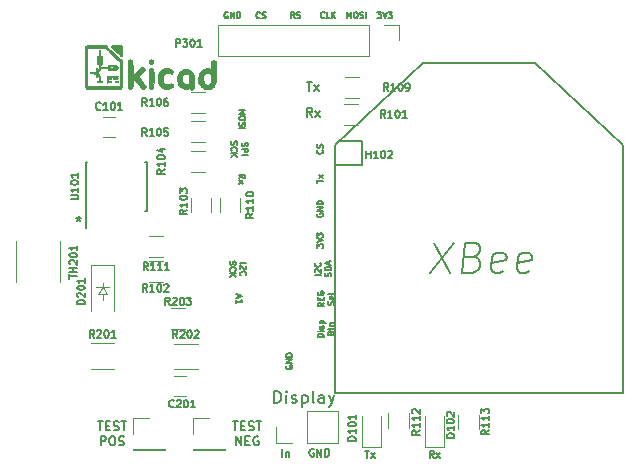
<source format=gto>
G04 #@! TF.FileFunction,Legend,Top*
%FSLAX46Y46*%
G04 Gerber Fmt 4.6, Leading zero omitted, Abs format (unit mm)*
G04 Created by KiCad (PCBNEW 4.0.7-e2-6376~58~ubuntu14.04.1) date Sun Jul  1 13:34:02 2018*
%MOMM*%
%LPD*%
G01*
G04 APERTURE LIST*
%ADD10C,0.076200*%
%ADD11C,0.127000*%
%ADD12C,0.200000*%
%ADD13C,0.150000*%
%ADD14C,0.120000*%
%ADD15C,0.100000*%
G04 APERTURE END LIST*
D10*
D11*
X131662404Y-101989262D02*
X131662404Y-101354262D01*
X131964785Y-101565929D02*
X131964785Y-101989262D01*
X131964785Y-101626405D02*
X131995024Y-101596167D01*
X132055500Y-101565929D01*
X132146214Y-101565929D01*
X132206690Y-101596167D01*
X132236928Y-101656643D01*
X132236928Y-101989262D01*
X134323359Y-101384500D02*
X134262882Y-101354262D01*
X134172168Y-101354262D01*
X134081454Y-101384500D01*
X134020978Y-101444976D01*
X133990739Y-101505452D01*
X133960501Y-101626405D01*
X133960501Y-101717119D01*
X133990739Y-101838071D01*
X134020978Y-101898548D01*
X134081454Y-101959024D01*
X134172168Y-101989262D01*
X134232644Y-101989262D01*
X134323359Y-101959024D01*
X134353597Y-101928786D01*
X134353597Y-101717119D01*
X134232644Y-101717119D01*
X134625739Y-101989262D02*
X134625739Y-101354262D01*
X134988597Y-101989262D01*
X134988597Y-101354262D01*
X135290977Y-101989262D02*
X135290977Y-101354262D01*
X135442168Y-101354262D01*
X135532882Y-101384500D01*
X135593358Y-101444976D01*
X135623597Y-101505452D01*
X135653835Y-101626405D01*
X135653835Y-101717119D01*
X135623597Y-101838071D01*
X135593358Y-101898548D01*
X135532882Y-101959024D01*
X135442168Y-101989262D01*
X135290977Y-101989262D01*
X127048378Y-64389000D02*
X126999997Y-64364810D01*
X126927425Y-64364810D01*
X126854854Y-64389000D01*
X126806473Y-64437381D01*
X126782282Y-64485762D01*
X126758092Y-64582524D01*
X126758092Y-64655095D01*
X126782282Y-64751857D01*
X126806473Y-64800238D01*
X126854854Y-64848619D01*
X126927425Y-64872810D01*
X126975806Y-64872810D01*
X127048378Y-64848619D01*
X127072568Y-64824429D01*
X127072568Y-64655095D01*
X126975806Y-64655095D01*
X127290282Y-64872810D02*
X127290282Y-64364810D01*
X127580568Y-64872810D01*
X127580568Y-64364810D01*
X127822472Y-64872810D02*
X127822472Y-64364810D01*
X127943425Y-64364810D01*
X128015996Y-64389000D01*
X128064377Y-64437381D01*
X128088568Y-64485762D01*
X128112758Y-64582524D01*
X128112758Y-64655095D01*
X128088568Y-64751857D01*
X128064377Y-64800238D01*
X128015996Y-64848619D01*
X127943425Y-64872810D01*
X127822472Y-64872810D01*
X129781902Y-64824429D02*
X129757712Y-64848619D01*
X129685140Y-64872810D01*
X129636759Y-64872810D01*
X129564188Y-64848619D01*
X129515807Y-64800238D01*
X129491616Y-64751857D01*
X129467426Y-64655095D01*
X129467426Y-64582524D01*
X129491616Y-64485762D01*
X129515807Y-64437381D01*
X129564188Y-64389000D01*
X129636759Y-64364810D01*
X129685140Y-64364810D01*
X129757712Y-64389000D01*
X129781902Y-64413190D01*
X129975426Y-64848619D02*
X130047997Y-64872810D01*
X130168950Y-64872810D01*
X130217331Y-64848619D01*
X130241521Y-64824429D01*
X130265712Y-64776048D01*
X130265712Y-64727667D01*
X130241521Y-64679286D01*
X130217331Y-64655095D01*
X130168950Y-64630905D01*
X130072188Y-64606714D01*
X130023807Y-64582524D01*
X129999616Y-64558333D01*
X129975426Y-64509952D01*
X129975426Y-64461571D01*
X129999616Y-64413190D01*
X130023807Y-64389000D01*
X130072188Y-64364810D01*
X130193140Y-64364810D01*
X130265712Y-64389000D01*
X132708952Y-64872810D02*
X132539619Y-64630905D01*
X132418666Y-64872810D02*
X132418666Y-64364810D01*
X132612190Y-64364810D01*
X132660571Y-64389000D01*
X132684762Y-64413190D01*
X132708952Y-64461571D01*
X132708952Y-64534143D01*
X132684762Y-64582524D01*
X132660571Y-64606714D01*
X132612190Y-64630905D01*
X132418666Y-64630905D01*
X132902476Y-64848619D02*
X132975047Y-64872810D01*
X133096000Y-64872810D01*
X133144381Y-64848619D01*
X133168571Y-64824429D01*
X133192762Y-64776048D01*
X133192762Y-64727667D01*
X133168571Y-64679286D01*
X133144381Y-64655095D01*
X133096000Y-64630905D01*
X132999238Y-64606714D01*
X132950857Y-64582524D01*
X132926666Y-64558333D01*
X132902476Y-64509952D01*
X132902476Y-64461571D01*
X132926666Y-64413190D01*
X132950857Y-64389000D01*
X132999238Y-64364810D01*
X133120190Y-64364810D01*
X133192762Y-64389000D01*
X135248954Y-64824429D02*
X135224764Y-64848619D01*
X135152192Y-64872810D01*
X135103811Y-64872810D01*
X135031240Y-64848619D01*
X134982859Y-64800238D01*
X134958668Y-64751857D01*
X134934478Y-64655095D01*
X134934478Y-64582524D01*
X134958668Y-64485762D01*
X134982859Y-64437381D01*
X135031240Y-64389000D01*
X135103811Y-64364810D01*
X135152192Y-64364810D01*
X135224764Y-64389000D01*
X135248954Y-64413190D01*
X135708573Y-64872810D02*
X135466668Y-64872810D01*
X135466668Y-64364810D01*
X135877906Y-64872810D02*
X135877906Y-64364810D01*
X136168192Y-64872810D02*
X135950478Y-64582524D01*
X136168192Y-64364810D02*
X135877906Y-64655095D01*
X137160002Y-64872810D02*
X137160002Y-64364810D01*
X137329336Y-64727667D01*
X137498669Y-64364810D01*
X137498669Y-64872810D01*
X137837335Y-64364810D02*
X137934097Y-64364810D01*
X137982478Y-64389000D01*
X138030859Y-64437381D01*
X138055050Y-64534143D01*
X138055050Y-64703476D01*
X138030859Y-64800238D01*
X137982478Y-64848619D01*
X137934097Y-64872810D01*
X137837335Y-64872810D01*
X137788954Y-64848619D01*
X137740573Y-64800238D01*
X137716383Y-64703476D01*
X137716383Y-64534143D01*
X137740573Y-64437381D01*
X137788954Y-64389000D01*
X137837335Y-64364810D01*
X138248573Y-64848619D02*
X138321144Y-64872810D01*
X138442097Y-64872810D01*
X138490478Y-64848619D01*
X138514668Y-64824429D01*
X138538859Y-64776048D01*
X138538859Y-64727667D01*
X138514668Y-64679286D01*
X138490478Y-64655095D01*
X138442097Y-64630905D01*
X138345335Y-64606714D01*
X138296954Y-64582524D01*
X138272763Y-64558333D01*
X138248573Y-64509952D01*
X138248573Y-64461571D01*
X138272763Y-64413190D01*
X138296954Y-64389000D01*
X138345335Y-64364810D01*
X138466287Y-64364810D01*
X138538859Y-64389000D01*
X138756573Y-64872810D02*
X138756573Y-64364810D01*
X139724193Y-64364810D02*
X140038670Y-64364810D01*
X139869336Y-64558333D01*
X139941908Y-64558333D01*
X139990289Y-64582524D01*
X140014479Y-64606714D01*
X140038670Y-64655095D01*
X140038670Y-64776048D01*
X140014479Y-64824429D01*
X139990289Y-64848619D01*
X139941908Y-64872810D01*
X139796765Y-64872810D01*
X139748384Y-64848619D01*
X139724193Y-64824429D01*
X140183813Y-64364810D02*
X140353146Y-64872810D01*
X140522480Y-64364810D01*
X140643432Y-64364810D02*
X140957909Y-64364810D01*
X140788575Y-64558333D01*
X140861147Y-64558333D01*
X140909528Y-64582524D01*
X140933718Y-64606714D01*
X140957909Y-64655095D01*
X140957909Y-64776048D01*
X140933718Y-64824429D01*
X140909528Y-64848619D01*
X140861147Y-64872810D01*
X140716004Y-64872810D01*
X140667623Y-64848619D01*
X140643432Y-64824429D01*
X135167310Y-91875429D02*
X134659310Y-91875429D01*
X134659310Y-91754476D01*
X134683500Y-91681905D01*
X134731881Y-91633524D01*
X134780262Y-91609333D01*
X134877024Y-91585143D01*
X134949595Y-91585143D01*
X135046357Y-91609333D01*
X135094738Y-91633524D01*
X135143119Y-91681905D01*
X135167310Y-91754476D01*
X135167310Y-91875429D01*
X135167310Y-91367429D02*
X134828643Y-91367429D01*
X134659310Y-91367429D02*
X134683500Y-91391619D01*
X134707690Y-91367429D01*
X134683500Y-91343238D01*
X134659310Y-91367429D01*
X134707690Y-91367429D01*
X135143119Y-91149714D02*
X135167310Y-91101333D01*
X135167310Y-91004571D01*
X135143119Y-90956190D01*
X135094738Y-90932000D01*
X135070548Y-90932000D01*
X135022167Y-90956190D01*
X134997976Y-91004571D01*
X134997976Y-91077143D01*
X134973786Y-91125524D01*
X134925405Y-91149714D01*
X134901214Y-91149714D01*
X134852833Y-91125524D01*
X134828643Y-91077143D01*
X134828643Y-91004571D01*
X134852833Y-90956190D01*
X134828643Y-90714286D02*
X135336643Y-90714286D01*
X134852833Y-90714286D02*
X134828643Y-90665905D01*
X134828643Y-90569143D01*
X134852833Y-90520762D01*
X134877024Y-90496571D01*
X134925405Y-90472381D01*
X135070548Y-90472381D01*
X135118929Y-90496571D01*
X135143119Y-90520762D01*
X135167310Y-90569143D01*
X135167310Y-90665905D01*
X135143119Y-90714286D01*
X135790214Y-91524666D02*
X135814405Y-91452095D01*
X135838595Y-91427904D01*
X135886976Y-91403714D01*
X135959548Y-91403714D01*
X136007929Y-91427904D01*
X136032119Y-91452095D01*
X136056310Y-91500476D01*
X136056310Y-91694000D01*
X135548310Y-91694000D01*
X135548310Y-91524666D01*
X135572500Y-91476285D01*
X135596690Y-91452095D01*
X135645071Y-91427904D01*
X135693452Y-91427904D01*
X135741833Y-91452095D01*
X135766024Y-91476285D01*
X135790214Y-91524666D01*
X135790214Y-91694000D01*
X135717643Y-91258571D02*
X135717643Y-91065047D01*
X135548310Y-91186000D02*
X135983738Y-91186000D01*
X136032119Y-91161809D01*
X136056310Y-91113428D01*
X136056310Y-91065047D01*
X135717643Y-90895714D02*
X136056310Y-90895714D01*
X135766024Y-90895714D02*
X135741833Y-90871523D01*
X135717643Y-90823142D01*
X135717643Y-90750571D01*
X135741833Y-90702190D01*
X135790214Y-90677999D01*
X136056310Y-90677999D01*
X135167310Y-88972571D02*
X134925405Y-89141904D01*
X135167310Y-89262857D02*
X134659310Y-89262857D01*
X134659310Y-89069333D01*
X134683500Y-89020952D01*
X134707690Y-88996761D01*
X134756071Y-88972571D01*
X134828643Y-88972571D01*
X134877024Y-88996761D01*
X134901214Y-89020952D01*
X134925405Y-89069333D01*
X134925405Y-89262857D01*
X134901214Y-88754857D02*
X134901214Y-88585523D01*
X135167310Y-88512952D02*
X135167310Y-88754857D01*
X134659310Y-88754857D01*
X134659310Y-88512952D01*
X134683500Y-88029142D02*
X134659310Y-88077523D01*
X134659310Y-88150095D01*
X134683500Y-88222666D01*
X134731881Y-88271047D01*
X134780262Y-88295238D01*
X134877024Y-88319428D01*
X134949595Y-88319428D01*
X135046357Y-88295238D01*
X135094738Y-88271047D01*
X135143119Y-88222666D01*
X135167310Y-88150095D01*
X135167310Y-88101714D01*
X135143119Y-88029142D01*
X135118929Y-88004952D01*
X134949595Y-88004952D01*
X134949595Y-88101714D01*
X136032119Y-89141905D02*
X136056310Y-89069334D01*
X136056310Y-88948381D01*
X136032119Y-88900000D01*
X136007929Y-88875810D01*
X135959548Y-88851619D01*
X135911167Y-88851619D01*
X135862786Y-88875810D01*
X135838595Y-88900000D01*
X135814405Y-88948381D01*
X135790214Y-89045143D01*
X135766024Y-89093524D01*
X135741833Y-89117715D01*
X135693452Y-89141905D01*
X135645071Y-89141905D01*
X135596690Y-89117715D01*
X135572500Y-89093524D01*
X135548310Y-89045143D01*
X135548310Y-88924191D01*
X135572500Y-88851619D01*
X136032119Y-88440381D02*
X136056310Y-88488762D01*
X136056310Y-88585524D01*
X136032119Y-88633905D01*
X135983738Y-88658095D01*
X135790214Y-88658095D01*
X135741833Y-88633905D01*
X135717643Y-88585524D01*
X135717643Y-88488762D01*
X135741833Y-88440381D01*
X135790214Y-88416190D01*
X135838595Y-88416190D01*
X135886976Y-88658095D01*
X136056310Y-88125904D02*
X136032119Y-88174285D01*
X135983738Y-88198476D01*
X135548310Y-88198476D01*
X127931333Y-88283143D02*
X127931333Y-88525048D01*
X127786190Y-88234762D02*
X128294190Y-88404095D01*
X127786190Y-88573429D01*
X127786190Y-89008858D02*
X127786190Y-88718572D01*
X127786190Y-88863715D02*
X128294190Y-88863715D01*
X128221619Y-88815334D01*
X128173238Y-88766953D01*
X128149048Y-88718572D01*
X128040190Y-78437619D02*
X128282095Y-78268286D01*
X128040190Y-78147333D02*
X128548190Y-78147333D01*
X128548190Y-78340857D01*
X128524000Y-78389238D01*
X128499810Y-78413429D01*
X128451429Y-78437619D01*
X128378857Y-78437619D01*
X128330476Y-78413429D01*
X128306286Y-78389238D01*
X128282095Y-78340857D01*
X128282095Y-78147333D01*
X128040190Y-78606952D02*
X128378857Y-78873048D01*
X128378857Y-78606952D02*
X128040190Y-78873048D01*
X134595810Y-78836762D02*
X134595810Y-78546476D01*
X135103810Y-78691619D02*
X134595810Y-78691619D01*
X135103810Y-78425524D02*
X134765143Y-78159428D01*
X134765143Y-78425524D02*
X135103810Y-78159428D01*
X128254881Y-75425905D02*
X128230690Y-75498476D01*
X128230690Y-75619429D01*
X128254881Y-75667810D01*
X128279071Y-75692000D01*
X128327452Y-75716191D01*
X128375833Y-75716191D01*
X128424214Y-75692000D01*
X128448405Y-75667810D01*
X128472595Y-75619429D01*
X128496786Y-75522667D01*
X128520976Y-75474286D01*
X128545167Y-75450095D01*
X128593548Y-75425905D01*
X128641929Y-75425905D01*
X128690310Y-75450095D01*
X128714500Y-75474286D01*
X128738690Y-75522667D01*
X128738690Y-75643619D01*
X128714500Y-75716191D01*
X128230690Y-75933905D02*
X128738690Y-75933905D01*
X128738690Y-76127429D01*
X128714500Y-76175810D01*
X128690310Y-76200001D01*
X128641929Y-76224191D01*
X128569357Y-76224191D01*
X128520976Y-76200001D01*
X128496786Y-76175810D01*
X128472595Y-76127429D01*
X128472595Y-75933905D01*
X128230690Y-76441905D02*
X128738690Y-76441905D01*
X127365881Y-75292857D02*
X127341690Y-75365428D01*
X127341690Y-75486381D01*
X127365881Y-75534762D01*
X127390071Y-75558952D01*
X127438452Y-75583143D01*
X127486833Y-75583143D01*
X127535214Y-75558952D01*
X127559405Y-75534762D01*
X127583595Y-75486381D01*
X127607786Y-75389619D01*
X127631976Y-75341238D01*
X127656167Y-75317047D01*
X127704548Y-75292857D01*
X127752929Y-75292857D01*
X127801310Y-75317047D01*
X127825500Y-75341238D01*
X127849690Y-75389619D01*
X127849690Y-75510571D01*
X127825500Y-75583143D01*
X127390071Y-76091143D02*
X127365881Y-76066953D01*
X127341690Y-75994381D01*
X127341690Y-75946000D01*
X127365881Y-75873429D01*
X127414262Y-75825048D01*
X127462643Y-75800857D01*
X127559405Y-75776667D01*
X127631976Y-75776667D01*
X127728738Y-75800857D01*
X127777119Y-75825048D01*
X127825500Y-75873429D01*
X127849690Y-75946000D01*
X127849690Y-75994381D01*
X127825500Y-76066953D01*
X127801310Y-76091143D01*
X127341690Y-76308857D02*
X127849690Y-76308857D01*
X127341690Y-76599143D02*
X127631976Y-76381429D01*
X127849690Y-76599143D02*
X127559405Y-76308857D01*
X128040190Y-72607714D02*
X128548190Y-72607714D01*
X128185333Y-72777048D01*
X128548190Y-72946381D01*
X128040190Y-72946381D01*
X128548190Y-73285047D02*
X128548190Y-73381809D01*
X128524000Y-73430190D01*
X128475619Y-73478571D01*
X128378857Y-73502762D01*
X128209524Y-73502762D01*
X128112762Y-73478571D01*
X128064381Y-73430190D01*
X128040190Y-73381809D01*
X128040190Y-73285047D01*
X128064381Y-73236666D01*
X128112762Y-73188285D01*
X128209524Y-73164095D01*
X128378857Y-73164095D01*
X128475619Y-73188285D01*
X128524000Y-73236666D01*
X128548190Y-73285047D01*
X128064381Y-73696285D02*
X128040190Y-73768856D01*
X128040190Y-73889809D01*
X128064381Y-73938190D01*
X128088571Y-73962380D01*
X128136952Y-73986571D01*
X128185333Y-73986571D01*
X128233714Y-73962380D01*
X128257905Y-73938190D01*
X128282095Y-73889809D01*
X128306286Y-73793047D01*
X128330476Y-73744666D01*
X128354667Y-73720475D01*
X128403048Y-73696285D01*
X128451429Y-73696285D01*
X128499810Y-73720475D01*
X128524000Y-73744666D01*
X128548190Y-73793047D01*
X128548190Y-73913999D01*
X128524000Y-73986571D01*
X128040190Y-74204285D02*
X128548190Y-74204285D01*
X135055429Y-76030667D02*
X135079619Y-76054857D01*
X135103810Y-76127429D01*
X135103810Y-76175810D01*
X135079619Y-76248381D01*
X135031238Y-76296762D01*
X134982857Y-76320953D01*
X134886095Y-76345143D01*
X134813524Y-76345143D01*
X134716762Y-76320953D01*
X134668381Y-76296762D01*
X134620000Y-76248381D01*
X134595810Y-76175810D01*
X134595810Y-76127429D01*
X134620000Y-76054857D01*
X134644190Y-76030667D01*
X135079619Y-75837143D02*
X135103810Y-75764572D01*
X135103810Y-75643619D01*
X135079619Y-75595238D01*
X135055429Y-75571048D01*
X135007048Y-75546857D01*
X134958667Y-75546857D01*
X134910286Y-75571048D01*
X134886095Y-75595238D01*
X134861905Y-75643619D01*
X134837714Y-75740381D01*
X134813524Y-75788762D01*
X134789333Y-75812953D01*
X134740952Y-75837143D01*
X134692571Y-75837143D01*
X134644190Y-75812953D01*
X134620000Y-75788762D01*
X134595810Y-75740381D01*
X134595810Y-75619429D01*
X134620000Y-75546857D01*
X128103690Y-85610095D02*
X128611690Y-85610095D01*
X128563310Y-85827810D02*
X128587500Y-85852000D01*
X128611690Y-85900381D01*
X128611690Y-86021334D01*
X128587500Y-86069715D01*
X128563310Y-86093905D01*
X128514929Y-86118096D01*
X128466548Y-86118096D01*
X128393976Y-86093905D01*
X128103690Y-85803619D01*
X128103690Y-86118096D01*
X128152071Y-86626096D02*
X128127881Y-86601906D01*
X128103690Y-86529334D01*
X128103690Y-86480953D01*
X128127881Y-86408382D01*
X128176262Y-86360001D01*
X128224643Y-86335810D01*
X128321405Y-86311620D01*
X128393976Y-86311620D01*
X128490738Y-86335810D01*
X128539119Y-86360001D01*
X128587500Y-86408382D01*
X128611690Y-86480953D01*
X128611690Y-86529334D01*
X128587500Y-86601906D01*
X128563310Y-86626096D01*
X127238881Y-85452857D02*
X127214690Y-85525428D01*
X127214690Y-85646381D01*
X127238881Y-85694762D01*
X127263071Y-85718952D01*
X127311452Y-85743143D01*
X127359833Y-85743143D01*
X127408214Y-85718952D01*
X127432405Y-85694762D01*
X127456595Y-85646381D01*
X127480786Y-85549619D01*
X127504976Y-85501238D01*
X127529167Y-85477047D01*
X127577548Y-85452857D01*
X127625929Y-85452857D01*
X127674310Y-85477047D01*
X127698500Y-85501238D01*
X127722690Y-85549619D01*
X127722690Y-85670571D01*
X127698500Y-85743143D01*
X127263071Y-86251143D02*
X127238881Y-86226953D01*
X127214690Y-86154381D01*
X127214690Y-86106000D01*
X127238881Y-86033429D01*
X127287262Y-85985048D01*
X127335643Y-85960857D01*
X127432405Y-85936667D01*
X127504976Y-85936667D01*
X127601738Y-85960857D01*
X127650119Y-85985048D01*
X127698500Y-86033429D01*
X127722690Y-86106000D01*
X127722690Y-86154381D01*
X127698500Y-86226953D01*
X127674310Y-86251143D01*
X127214690Y-86468857D02*
X127722690Y-86468857D01*
X127214690Y-86759143D02*
X127504976Y-86541429D01*
X127722690Y-86759143D02*
X127432405Y-86468857D01*
X134913310Y-86601905D02*
X134405310Y-86601905D01*
X134453690Y-86384190D02*
X134429500Y-86360000D01*
X134405310Y-86311619D01*
X134405310Y-86190666D01*
X134429500Y-86142285D01*
X134453690Y-86118095D01*
X134502071Y-86093904D01*
X134550452Y-86093904D01*
X134623024Y-86118095D01*
X134913310Y-86408381D01*
X134913310Y-86093904D01*
X134864929Y-85585904D02*
X134889119Y-85610094D01*
X134913310Y-85682666D01*
X134913310Y-85731047D01*
X134889119Y-85803618D01*
X134840738Y-85851999D01*
X134792357Y-85876190D01*
X134695595Y-85900380D01*
X134623024Y-85900380D01*
X134526262Y-85876190D01*
X134477881Y-85851999D01*
X134429500Y-85803618D01*
X134405310Y-85731047D01*
X134405310Y-85682666D01*
X134429500Y-85610094D01*
X134453690Y-85585904D01*
X135778119Y-86722857D02*
X135802310Y-86650286D01*
X135802310Y-86529333D01*
X135778119Y-86480952D01*
X135753929Y-86456762D01*
X135705548Y-86432571D01*
X135657167Y-86432571D01*
X135608786Y-86456762D01*
X135584595Y-86480952D01*
X135560405Y-86529333D01*
X135536214Y-86626095D01*
X135512024Y-86674476D01*
X135487833Y-86698667D01*
X135439452Y-86722857D01*
X135391071Y-86722857D01*
X135342690Y-86698667D01*
X135318500Y-86674476D01*
X135294310Y-86626095D01*
X135294310Y-86505143D01*
X135318500Y-86432571D01*
X135802310Y-86214857D02*
X135294310Y-86214857D01*
X135294310Y-86093904D01*
X135318500Y-86021333D01*
X135366881Y-85972952D01*
X135415262Y-85948761D01*
X135512024Y-85924571D01*
X135584595Y-85924571D01*
X135681357Y-85948761D01*
X135729738Y-85972952D01*
X135778119Y-86021333D01*
X135802310Y-86093904D01*
X135802310Y-86214857D01*
X135657167Y-85731047D02*
X135657167Y-85489142D01*
X135802310Y-85779428D02*
X135294310Y-85610095D01*
X135802310Y-85440761D01*
X144504524Y-102116262D02*
X144292857Y-101813881D01*
X144141666Y-102116262D02*
X144141666Y-101481262D01*
X144383571Y-101481262D01*
X144444047Y-101511500D01*
X144474286Y-101541738D01*
X144504524Y-101602214D01*
X144504524Y-101692929D01*
X144474286Y-101753405D01*
X144444047Y-101783643D01*
X144383571Y-101813881D01*
X144141666Y-101813881D01*
X144716190Y-102116262D02*
X145048809Y-101692929D01*
X144716190Y-101692929D02*
X145048809Y-102116262D01*
X138665547Y-101481262D02*
X139028404Y-101481262D01*
X138846976Y-102116262D02*
X138846976Y-101481262D01*
X139179595Y-102116262D02*
X139512214Y-101692929D01*
X139179595Y-101692929D02*
X139512214Y-102116262D01*
X134205429Y-73217714D02*
X133951429Y-72854857D01*
X133770001Y-73217714D02*
X133770001Y-72455714D01*
X134060286Y-72455714D01*
X134132858Y-72492000D01*
X134169143Y-72528286D01*
X134205429Y-72600857D01*
X134205429Y-72709714D01*
X134169143Y-72782286D01*
X134132858Y-72818571D01*
X134060286Y-72854857D01*
X133770001Y-72854857D01*
X134459429Y-73217714D02*
X134858572Y-72709714D01*
X134459429Y-72709714D02*
X134858572Y-73217714D01*
X133751857Y-70296714D02*
X134187286Y-70296714D01*
X133969572Y-71058714D02*
X133969572Y-70296714D01*
X134368714Y-71058714D02*
X134767857Y-70550714D01*
X134368714Y-70550714D02*
X134767857Y-71058714D01*
X132016000Y-94297047D02*
X131991810Y-94345428D01*
X131991810Y-94418000D01*
X132016000Y-94490571D01*
X132064381Y-94538952D01*
X132112762Y-94563143D01*
X132209524Y-94587333D01*
X132282095Y-94587333D01*
X132378857Y-94563143D01*
X132427238Y-94538952D01*
X132475619Y-94490571D01*
X132499810Y-94418000D01*
X132499810Y-94369619D01*
X132475619Y-94297047D01*
X132451429Y-94272857D01*
X132282095Y-94272857D01*
X132282095Y-94369619D01*
X132499810Y-94055143D02*
X131991810Y-94055143D01*
X132499810Y-93764857D01*
X131991810Y-93764857D01*
X132499810Y-93522953D02*
X131991810Y-93522953D01*
X131991810Y-93402000D01*
X132016000Y-93329429D01*
X132064381Y-93281048D01*
X132112762Y-93256857D01*
X132209524Y-93232667D01*
X132282095Y-93232667D01*
X132378857Y-93256857D01*
X132427238Y-93281048D01*
X132475619Y-93329429D01*
X132499810Y-93402000D01*
X132499810Y-93522953D01*
X134595810Y-84321953D02*
X134595810Y-84007476D01*
X134789333Y-84176810D01*
X134789333Y-84104238D01*
X134813524Y-84055857D01*
X134837714Y-84031667D01*
X134886095Y-84007476D01*
X135007048Y-84007476D01*
X135055429Y-84031667D01*
X135079619Y-84055857D01*
X135103810Y-84104238D01*
X135103810Y-84249381D01*
X135079619Y-84297762D01*
X135055429Y-84321953D01*
X134595810Y-83862333D02*
X135103810Y-83693000D01*
X134595810Y-83523666D01*
X134595810Y-83402714D02*
X134595810Y-83088237D01*
X134789333Y-83257571D01*
X134789333Y-83184999D01*
X134813524Y-83136618D01*
X134837714Y-83112428D01*
X134886095Y-83088237D01*
X135007048Y-83088237D01*
X135055429Y-83112428D01*
X135079619Y-83136618D01*
X135103810Y-83184999D01*
X135103810Y-83330142D01*
X135079619Y-83378523D01*
X135055429Y-83402714D01*
X134620000Y-81413047D02*
X134595810Y-81461428D01*
X134595810Y-81534000D01*
X134620000Y-81606571D01*
X134668381Y-81654952D01*
X134716762Y-81679143D01*
X134813524Y-81703333D01*
X134886095Y-81703333D01*
X134982857Y-81679143D01*
X135031238Y-81654952D01*
X135079619Y-81606571D01*
X135103810Y-81534000D01*
X135103810Y-81485619D01*
X135079619Y-81413047D01*
X135055429Y-81388857D01*
X134886095Y-81388857D01*
X134886095Y-81485619D01*
X135103810Y-81171143D02*
X134595810Y-81171143D01*
X135103810Y-80880857D01*
X134595810Y-80880857D01*
X135103810Y-80638953D02*
X134595810Y-80638953D01*
X134595810Y-80518000D01*
X134620000Y-80445429D01*
X134668381Y-80397048D01*
X134716762Y-80372857D01*
X134813524Y-80348667D01*
X134886095Y-80348667D01*
X134982857Y-80372857D01*
X135031238Y-80397048D01*
X135079619Y-80445429D01*
X135103810Y-80518000D01*
X135103810Y-80638953D01*
D12*
X114427000Y-81621381D02*
X114427000Y-81859476D01*
X114188905Y-81764238D02*
X114427000Y-81859476D01*
X114665096Y-81764238D01*
X114284143Y-82049952D02*
X114427000Y-81859476D01*
X114569858Y-82049952D01*
D11*
X127474429Y-98998714D02*
X127909858Y-98998714D01*
X127692144Y-99760714D02*
X127692144Y-98998714D01*
X128163858Y-99361571D02*
X128417858Y-99361571D01*
X128526715Y-99760714D02*
X128163858Y-99760714D01*
X128163858Y-98998714D01*
X128526715Y-98998714D01*
X128817001Y-99724429D02*
X128925858Y-99760714D01*
X129107287Y-99760714D01*
X129179858Y-99724429D01*
X129216144Y-99688143D01*
X129252429Y-99615571D01*
X129252429Y-99543000D01*
X129216144Y-99470429D01*
X129179858Y-99434143D01*
X129107287Y-99397857D01*
X128962144Y-99361571D01*
X128889572Y-99325286D01*
X128853287Y-99289000D01*
X128817001Y-99216429D01*
X128817001Y-99143857D01*
X128853287Y-99071286D01*
X128889572Y-99035000D01*
X128962144Y-98998714D01*
X129143572Y-98998714D01*
X129252429Y-99035000D01*
X129470143Y-98998714D02*
X129905572Y-98998714D01*
X129687858Y-99760714D02*
X129687858Y-98998714D01*
X127746572Y-101030714D02*
X127746572Y-100268714D01*
X128182000Y-101030714D01*
X128182000Y-100268714D01*
X128544858Y-100631571D02*
X128798858Y-100631571D01*
X128907715Y-101030714D02*
X128544858Y-101030714D01*
X128544858Y-100268714D01*
X128907715Y-100268714D01*
X129633429Y-100305000D02*
X129560858Y-100268714D01*
X129452001Y-100268714D01*
X129343144Y-100305000D01*
X129270572Y-100377571D01*
X129234287Y-100450143D01*
X129198001Y-100595286D01*
X129198001Y-100704143D01*
X129234287Y-100849286D01*
X129270572Y-100921857D01*
X129343144Y-100994429D01*
X129452001Y-101030714D01*
X129524572Y-101030714D01*
X129633429Y-100994429D01*
X129669715Y-100958143D01*
X129669715Y-100704143D01*
X129524572Y-100704143D01*
X116044429Y-98998714D02*
X116479858Y-98998714D01*
X116262144Y-99760714D02*
X116262144Y-98998714D01*
X116733858Y-99361571D02*
X116987858Y-99361571D01*
X117096715Y-99760714D02*
X116733858Y-99760714D01*
X116733858Y-98998714D01*
X117096715Y-98998714D01*
X117387001Y-99724429D02*
X117495858Y-99760714D01*
X117677287Y-99760714D01*
X117749858Y-99724429D01*
X117786144Y-99688143D01*
X117822429Y-99615571D01*
X117822429Y-99543000D01*
X117786144Y-99470429D01*
X117749858Y-99434143D01*
X117677287Y-99397857D01*
X117532144Y-99361571D01*
X117459572Y-99325286D01*
X117423287Y-99289000D01*
X117387001Y-99216429D01*
X117387001Y-99143857D01*
X117423287Y-99071286D01*
X117459572Y-99035000D01*
X117532144Y-98998714D01*
X117713572Y-98998714D01*
X117822429Y-99035000D01*
X118040143Y-98998714D02*
X118475572Y-98998714D01*
X118257858Y-99760714D02*
X118257858Y-98998714D01*
X116298429Y-101030714D02*
X116298429Y-100268714D01*
X116588714Y-100268714D01*
X116661286Y-100305000D01*
X116697571Y-100341286D01*
X116733857Y-100413857D01*
X116733857Y-100522714D01*
X116697571Y-100595286D01*
X116661286Y-100631571D01*
X116588714Y-100667857D01*
X116298429Y-100667857D01*
X117205571Y-100268714D02*
X117350714Y-100268714D01*
X117423286Y-100305000D01*
X117495857Y-100377571D01*
X117532143Y-100522714D01*
X117532143Y-100776714D01*
X117495857Y-100921857D01*
X117423286Y-100994429D01*
X117350714Y-101030714D01*
X117205571Y-101030714D01*
X117133000Y-100994429D01*
X117060429Y-100921857D01*
X117024143Y-100776714D01*
X117024143Y-100522714D01*
X117060429Y-100377571D01*
X117133000Y-100305000D01*
X117205571Y-100268714D01*
X117822429Y-100994429D02*
X117931286Y-101030714D01*
X118112715Y-101030714D01*
X118185286Y-100994429D01*
X118221572Y-100958143D01*
X118257857Y-100885571D01*
X118257857Y-100813000D01*
X118221572Y-100740429D01*
X118185286Y-100704143D01*
X118112715Y-100667857D01*
X117967572Y-100631571D01*
X117895000Y-100595286D01*
X117858715Y-100559000D01*
X117822429Y-100486429D01*
X117822429Y-100413857D01*
X117858715Y-100341286D01*
X117895000Y-100305000D01*
X117967572Y-100268714D01*
X118149000Y-100268714D01*
X118257857Y-100305000D01*
X131008382Y-97459619D02*
X131008382Y-96443619D01*
X131250287Y-96443619D01*
X131395429Y-96492000D01*
X131492191Y-96588762D01*
X131540572Y-96685524D01*
X131588953Y-96879048D01*
X131588953Y-97024190D01*
X131540572Y-97217714D01*
X131492191Y-97314476D01*
X131395429Y-97411238D01*
X131250287Y-97459619D01*
X131008382Y-97459619D01*
X132024382Y-97459619D02*
X132024382Y-96782286D01*
X132024382Y-96443619D02*
X131976001Y-96492000D01*
X132024382Y-96540381D01*
X132072763Y-96492000D01*
X132024382Y-96443619D01*
X132024382Y-96540381D01*
X132459811Y-97411238D02*
X132556573Y-97459619D01*
X132750097Y-97459619D01*
X132846858Y-97411238D01*
X132895239Y-97314476D01*
X132895239Y-97266095D01*
X132846858Y-97169333D01*
X132750097Y-97120952D01*
X132604954Y-97120952D01*
X132508192Y-97072571D01*
X132459811Y-96975810D01*
X132459811Y-96927429D01*
X132508192Y-96830667D01*
X132604954Y-96782286D01*
X132750097Y-96782286D01*
X132846858Y-96830667D01*
X133330668Y-96782286D02*
X133330668Y-97798286D01*
X133330668Y-96830667D02*
X133427430Y-96782286D01*
X133620953Y-96782286D01*
X133717715Y-96830667D01*
X133766096Y-96879048D01*
X133814477Y-96975810D01*
X133814477Y-97266095D01*
X133766096Y-97362857D01*
X133717715Y-97411238D01*
X133620953Y-97459619D01*
X133427430Y-97459619D01*
X133330668Y-97411238D01*
X134395049Y-97459619D02*
X134298287Y-97411238D01*
X134249906Y-97314476D01*
X134249906Y-96443619D01*
X135217524Y-97459619D02*
X135217524Y-96927429D01*
X135169143Y-96830667D01*
X135072381Y-96782286D01*
X134878858Y-96782286D01*
X134782096Y-96830667D01*
X135217524Y-97411238D02*
X135120762Y-97459619D01*
X134878858Y-97459619D01*
X134782096Y-97411238D01*
X134733715Y-97314476D01*
X134733715Y-97217714D01*
X134782096Y-97120952D01*
X134878858Y-97072571D01*
X135120762Y-97072571D01*
X135217524Y-97024190D01*
X135604572Y-96782286D02*
X135846477Y-97459619D01*
X136088381Y-96782286D02*
X135846477Y-97459619D01*
X135749715Y-97701524D01*
X135701334Y-97749905D01*
X135604572Y-97798286D01*
D13*
X136144000Y-77317600D02*
X138404600Y-77317600D01*
X138404600Y-77317600D02*
X138404600Y-75260200D01*
X138404600Y-75260200D02*
X136550400Y-75260200D01*
X136144000Y-75641200D02*
X136144000Y-96596200D01*
X136144000Y-96596200D02*
X160528000Y-96596200D01*
X160528000Y-96596200D02*
X160528000Y-75641200D01*
X160528000Y-75641200D02*
X153098500Y-68656200D01*
X153098500Y-68656200D02*
X143573500Y-68656200D01*
X143573500Y-68656200D02*
X136144000Y-75641200D01*
D14*
X133770000Y-100830000D02*
X136370000Y-100830000D01*
X136370000Y-100830000D02*
X136370000Y-98170000D01*
X136370000Y-98170000D02*
X133770000Y-98170000D01*
X133770000Y-98170000D02*
X133770000Y-100830000D01*
X132500000Y-100830000D02*
X131170000Y-100830000D01*
X131170000Y-100830000D02*
X131170000Y-99500000D01*
X112880000Y-87230000D02*
X112880000Y-83770000D01*
X109120000Y-87230000D02*
X109120000Y-83770000D01*
D13*
X115027000Y-81196000D02*
X115077000Y-81196000D01*
X115027000Y-77046000D02*
X115172000Y-77046000D01*
X120177000Y-77046000D02*
X120032000Y-77046000D01*
X120177000Y-81196000D02*
X120032000Y-81196000D01*
X115027000Y-81196000D02*
X115027000Y-77046000D01*
X120177000Y-81196000D02*
X120177000Y-77046000D01*
X115077000Y-81196000D02*
X115077000Y-82596000D01*
D14*
X119066000Y-101346000D02*
X119066000Y-101406000D01*
X119066000Y-101406000D02*
X121726000Y-101406000D01*
X121726000Y-101406000D02*
X121726000Y-101346000D01*
X121726000Y-101346000D02*
X119066000Y-101346000D01*
X119066000Y-100076000D02*
X119066000Y-98746000D01*
X119066000Y-98746000D02*
X120396000Y-98746000D01*
X124146000Y-101346000D02*
X124146000Y-101406000D01*
X124146000Y-101406000D02*
X126806000Y-101406000D01*
X126806000Y-101406000D02*
X126806000Y-101346000D01*
X126806000Y-101346000D02*
X124146000Y-101346000D01*
X124146000Y-100076000D02*
X124146000Y-98746000D01*
X124146000Y-98746000D02*
X125476000Y-98746000D01*
X117459000Y-85761000D02*
X115459000Y-85761000D01*
D15*
X116459000Y-88261000D02*
X116459000Y-88761000D01*
X116059000Y-88261000D02*
X116459000Y-87661000D01*
X116859000Y-88261000D02*
X116059000Y-88261000D01*
X116459000Y-87661000D02*
X116859000Y-88261000D01*
X116459000Y-87661000D02*
X115909000Y-87661000D01*
X116459000Y-87661000D02*
X117009000Y-87661000D01*
X116459000Y-87261000D02*
X116459000Y-87661000D01*
D14*
X115459000Y-85761000D02*
X115459000Y-89661000D01*
X117459000Y-85761000D02*
X117459000Y-89661000D01*
D15*
G36*
X124201898Y-70159053D02*
X124200458Y-70349921D01*
X124200334Y-70358623D01*
X124193583Y-70824070D01*
X124134195Y-70875118D01*
X124054251Y-70919807D01*
X123970712Y-70923865D01*
X123890791Y-70887589D01*
X123863485Y-70863908D01*
X123821688Y-70825367D01*
X123802000Y-70817766D01*
X123802000Y-70038792D01*
X123795338Y-69893606D01*
X123774006Y-69782007D01*
X123735985Y-69697181D01*
X123682329Y-69634982D01*
X123595924Y-69584882D01*
X123498728Y-69569518D01*
X123400923Y-69586853D01*
X123312694Y-69634852D01*
X123244224Y-69711479D01*
X123236986Y-69724022D01*
X123214122Y-69792736D01*
X123200320Y-69889279D01*
X123195459Y-70000657D01*
X123199423Y-70113874D01*
X123212092Y-70215938D01*
X123233349Y-70293855D01*
X123242349Y-70312261D01*
X123313342Y-70400490D01*
X123400202Y-70457675D01*
X123494943Y-70481873D01*
X123589581Y-70471136D01*
X123676129Y-70423519D01*
X123681192Y-70419183D01*
X123739978Y-70350541D01*
X123778065Y-70262453D01*
X123797810Y-70147495D01*
X123802000Y-70038792D01*
X123802000Y-70817766D01*
X123790245Y-70813229D01*
X123750456Y-70823107D01*
X123728210Y-70832158D01*
X123667645Y-70848161D01*
X123582773Y-70859109D01*
X123501055Y-70862649D01*
X123402326Y-70858682D01*
X123323340Y-70843629D01*
X123241982Y-70812727D01*
X123218124Y-70801703D01*
X123070772Y-70712487D01*
X122955089Y-70598457D01*
X122870234Y-70458038D01*
X122815366Y-70289654D01*
X122789644Y-70091730D01*
X122787343Y-69994833D01*
X122798511Y-69823444D01*
X122833045Y-69676671D01*
X122894845Y-69541537D01*
X122948959Y-69457353D01*
X123057509Y-69337247D01*
X123185186Y-69250668D01*
X123325947Y-69197105D01*
X123473748Y-69176047D01*
X123622544Y-69186985D01*
X123766291Y-69229407D01*
X123898945Y-69302805D01*
X124014462Y-69406667D01*
X124106798Y-69540482D01*
X124114664Y-69555773D01*
X124143855Y-69622150D01*
X124166321Y-69694103D01*
X124182711Y-69777701D01*
X124193672Y-69879012D01*
X124199852Y-70004106D01*
X124201898Y-70159053D01*
X124201898Y-70159053D01*
X124201898Y-70159053D01*
G37*
X124201898Y-70159053D02*
X124200458Y-70349921D01*
X124200334Y-70358623D01*
X124193583Y-70824070D01*
X124134195Y-70875118D01*
X124054251Y-70919807D01*
X123970712Y-70923865D01*
X123890791Y-70887589D01*
X123863485Y-70863908D01*
X123821688Y-70825367D01*
X123802000Y-70817766D01*
X123802000Y-70038792D01*
X123795338Y-69893606D01*
X123774006Y-69782007D01*
X123735985Y-69697181D01*
X123682329Y-69634982D01*
X123595924Y-69584882D01*
X123498728Y-69569518D01*
X123400923Y-69586853D01*
X123312694Y-69634852D01*
X123244224Y-69711479D01*
X123236986Y-69724022D01*
X123214122Y-69792736D01*
X123200320Y-69889279D01*
X123195459Y-70000657D01*
X123199423Y-70113874D01*
X123212092Y-70215938D01*
X123233349Y-70293855D01*
X123242349Y-70312261D01*
X123313342Y-70400490D01*
X123400202Y-70457675D01*
X123494943Y-70481873D01*
X123589581Y-70471136D01*
X123676129Y-70423519D01*
X123681192Y-70419183D01*
X123739978Y-70350541D01*
X123778065Y-70262453D01*
X123797810Y-70147495D01*
X123802000Y-70038792D01*
X123802000Y-70817766D01*
X123790245Y-70813229D01*
X123750456Y-70823107D01*
X123728210Y-70832158D01*
X123667645Y-70848161D01*
X123582773Y-70859109D01*
X123501055Y-70862649D01*
X123402326Y-70858682D01*
X123323340Y-70843629D01*
X123241982Y-70812727D01*
X123218124Y-70801703D01*
X123070772Y-70712487D01*
X122955089Y-70598457D01*
X122870234Y-70458038D01*
X122815366Y-70289654D01*
X122789644Y-70091730D01*
X122787343Y-69994833D01*
X122798511Y-69823444D01*
X122833045Y-69676671D01*
X122894845Y-69541537D01*
X122948959Y-69457353D01*
X123057509Y-69337247D01*
X123185186Y-69250668D01*
X123325947Y-69197105D01*
X123473748Y-69176047D01*
X123622544Y-69186985D01*
X123766291Y-69229407D01*
X123898945Y-69302805D01*
X124014462Y-69406667D01*
X124106798Y-69540482D01*
X124114664Y-69555773D01*
X124143855Y-69622150D01*
X124166321Y-69694103D01*
X124182711Y-69777701D01*
X124193672Y-69879012D01*
X124199852Y-70004106D01*
X124201898Y-70159053D01*
X124201898Y-70159053D01*
G36*
X120097833Y-70672302D02*
X120080317Y-70737936D01*
X120036097Y-70803875D01*
X119977667Y-70854436D01*
X119939324Y-70871298D01*
X119895954Y-70877501D01*
X119853674Y-70871163D01*
X119808615Y-70848898D01*
X119756908Y-70807318D01*
X119694686Y-70743039D01*
X119618081Y-70652672D01*
X119523225Y-70532832D01*
X119462267Y-70453646D01*
X119378506Y-70345383D01*
X119302455Y-70249418D01*
X119238097Y-70170586D01*
X119189414Y-70113723D01*
X119160387Y-70083667D01*
X119154777Y-70080175D01*
X119127745Y-70093907D01*
X119085732Y-70129310D01*
X119066683Y-70148291D01*
X119039595Y-70177797D01*
X119020990Y-70205237D01*
X119009011Y-70239218D01*
X119001803Y-70288349D01*
X118997509Y-70361235D01*
X118994272Y-70466483D01*
X118993739Y-70486488D01*
X118990311Y-70598405D01*
X118985971Y-70676319D01*
X118979145Y-70728555D01*
X118968257Y-70763438D01*
X118951731Y-70789293D01*
X118932529Y-70809936D01*
X118872636Y-70851484D01*
X118803872Y-70876084D01*
X118803143Y-70876204D01*
X118748476Y-70879095D01*
X118703423Y-70861866D01*
X118656114Y-70824367D01*
X118584417Y-70760305D01*
X118584417Y-69613563D01*
X118584417Y-68466820D01*
X118647917Y-68416015D01*
X118724658Y-68376831D01*
X118808618Y-68368543D01*
X118887651Y-68389228D01*
X118949612Y-68436963D01*
X118968714Y-68466811D01*
X118973689Y-68496772D01*
X118978908Y-68563194D01*
X118984101Y-68660209D01*
X118988999Y-68781948D01*
X118993333Y-68922543D01*
X118996834Y-69076124D01*
X118996950Y-69082296D01*
X119007750Y-69662010D01*
X119361698Y-69342140D01*
X119466796Y-69248683D01*
X119564366Y-69164769D01*
X119649124Y-69094718D01*
X119715788Y-69042848D01*
X119759075Y-69013476D01*
X119769567Y-69008737D01*
X119841527Y-69009128D01*
X119917091Y-69037020D01*
X119976464Y-69084636D01*
X119982260Y-69092293D01*
X120004028Y-69144557D01*
X120013166Y-69208588D01*
X120013167Y-69209014D01*
X120009813Y-69240684D01*
X119997330Y-69273884D01*
X119972087Y-69312725D01*
X119930449Y-69361318D01*
X119868786Y-69423775D01*
X119783464Y-69504207D01*
X119670851Y-69606727D01*
X119626787Y-69646370D01*
X119462657Y-69793750D01*
X119780245Y-70202968D01*
X119887572Y-70342602D01*
X119970050Y-70453193D01*
X120029996Y-70538163D01*
X120069727Y-70600938D01*
X120091560Y-70644941D01*
X120097833Y-70672302D01*
X120097833Y-70672302D01*
X120097833Y-70672302D01*
G37*
X120097833Y-70672302D02*
X120080317Y-70737936D01*
X120036097Y-70803875D01*
X119977667Y-70854436D01*
X119939324Y-70871298D01*
X119895954Y-70877501D01*
X119853674Y-70871163D01*
X119808615Y-70848898D01*
X119756908Y-70807318D01*
X119694686Y-70743039D01*
X119618081Y-70652672D01*
X119523225Y-70532832D01*
X119462267Y-70453646D01*
X119378506Y-70345383D01*
X119302455Y-70249418D01*
X119238097Y-70170586D01*
X119189414Y-70113723D01*
X119160387Y-70083667D01*
X119154777Y-70080175D01*
X119127745Y-70093907D01*
X119085732Y-70129310D01*
X119066683Y-70148291D01*
X119039595Y-70177797D01*
X119020990Y-70205237D01*
X119009011Y-70239218D01*
X119001803Y-70288349D01*
X118997509Y-70361235D01*
X118994272Y-70466483D01*
X118993739Y-70486488D01*
X118990311Y-70598405D01*
X118985971Y-70676319D01*
X118979145Y-70728555D01*
X118968257Y-70763438D01*
X118951731Y-70789293D01*
X118932529Y-70809936D01*
X118872636Y-70851484D01*
X118803872Y-70876084D01*
X118803143Y-70876204D01*
X118748476Y-70879095D01*
X118703423Y-70861866D01*
X118656114Y-70824367D01*
X118584417Y-70760305D01*
X118584417Y-69613563D01*
X118584417Y-68466820D01*
X118647917Y-68416015D01*
X118724658Y-68376831D01*
X118808618Y-68368543D01*
X118887651Y-68389228D01*
X118949612Y-68436963D01*
X118968714Y-68466811D01*
X118973689Y-68496772D01*
X118978908Y-68563194D01*
X118984101Y-68660209D01*
X118988999Y-68781948D01*
X118993333Y-68922543D01*
X118996834Y-69076124D01*
X118996950Y-69082296D01*
X119007750Y-69662010D01*
X119361698Y-69342140D01*
X119466796Y-69248683D01*
X119564366Y-69164769D01*
X119649124Y-69094718D01*
X119715788Y-69042848D01*
X119759075Y-69013476D01*
X119769567Y-69008737D01*
X119841527Y-69009128D01*
X119917091Y-69037020D01*
X119976464Y-69084636D01*
X119982260Y-69092293D01*
X120004028Y-69144557D01*
X120013166Y-69208588D01*
X120013167Y-69209014D01*
X120009813Y-69240684D01*
X119997330Y-69273884D01*
X119972087Y-69312725D01*
X119930449Y-69361318D01*
X119868786Y-69423775D01*
X119783464Y-69504207D01*
X119670851Y-69606727D01*
X119626787Y-69646370D01*
X119462657Y-69793750D01*
X119780245Y-70202968D01*
X119887572Y-70342602D01*
X119970050Y-70453193D01*
X120029996Y-70538163D01*
X120069727Y-70600938D01*
X120091560Y-70644941D01*
X120097833Y-70672302D01*
X120097833Y-70672302D01*
G36*
X120772909Y-69714501D02*
X120771909Y-69904914D01*
X120770900Y-70027904D01*
X120764583Y-70755926D01*
X120711667Y-70808783D01*
X120641735Y-70855763D01*
X120561586Y-70875583D01*
X120489417Y-70864624D01*
X120443581Y-70835277D01*
X120404750Y-70799468D01*
X120393509Y-70785231D01*
X120384397Y-70767133D01*
X120377144Y-70740789D01*
X120371484Y-70701816D01*
X120367148Y-70645828D01*
X120363869Y-70568441D01*
X120361379Y-70465271D01*
X120359409Y-70331933D01*
X120357692Y-70164042D01*
X120356366Y-70007476D01*
X120350316Y-69262511D01*
X120398700Y-69191095D01*
X120464580Y-69121663D01*
X120539798Y-69093233D01*
X120623277Y-69106147D01*
X120641415Y-69113981D01*
X120675595Y-69131741D01*
X120703506Y-69152023D01*
X120725738Y-69178992D01*
X120742880Y-69216813D01*
X120755523Y-69269653D01*
X120764257Y-69341676D01*
X120769673Y-69437048D01*
X120772360Y-69559934D01*
X120772909Y-69714501D01*
X120772909Y-69714501D01*
X120772909Y-69714501D01*
G37*
X120772909Y-69714501D02*
X120771909Y-69904914D01*
X120770900Y-70027904D01*
X120764583Y-70755926D01*
X120711667Y-70808783D01*
X120641735Y-70855763D01*
X120561586Y-70875583D01*
X120489417Y-70864624D01*
X120443581Y-70835277D01*
X120404750Y-70799468D01*
X120393509Y-70785231D01*
X120384397Y-70767133D01*
X120377144Y-70740789D01*
X120371484Y-70701816D01*
X120367148Y-70645828D01*
X120363869Y-70568441D01*
X120361379Y-70465271D01*
X120359409Y-70331933D01*
X120357692Y-70164042D01*
X120356366Y-70007476D01*
X120350316Y-69262511D01*
X120398700Y-69191095D01*
X120464580Y-69121663D01*
X120539798Y-69093233D01*
X120623277Y-69106147D01*
X120641415Y-69113981D01*
X120675595Y-69131741D01*
X120703506Y-69152023D01*
X120725738Y-69178992D01*
X120742880Y-69216813D01*
X120755523Y-69269653D01*
X120764257Y-69341676D01*
X120769673Y-69437048D01*
X120772360Y-69559934D01*
X120772909Y-69714501D01*
X120772909Y-69714501D01*
G36*
X122447333Y-70608577D02*
X122427375Y-70669699D01*
X122372313Y-70727341D01*
X122289365Y-70778951D01*
X122185753Y-70821978D01*
X122068694Y-70853871D01*
X121945408Y-70872079D01*
X121823114Y-70874052D01*
X121730010Y-70862053D01*
X121567708Y-70807410D01*
X121423808Y-70717608D01*
X121304093Y-70597873D01*
X121214344Y-70453425D01*
X121179708Y-70364894D01*
X121132150Y-70151995D01*
X121122006Y-69937987D01*
X121148905Y-69730234D01*
X121212482Y-69536100D01*
X121222235Y-69514752D01*
X121311628Y-69372766D01*
X121430532Y-69256462D01*
X121572534Y-69169127D01*
X121731222Y-69114046D01*
X121900184Y-69094507D01*
X122023500Y-69104114D01*
X122167473Y-69137485D01*
X122283597Y-69185047D01*
X122369405Y-69243865D01*
X122422430Y-69311002D01*
X122440203Y-69383522D01*
X122420258Y-69458489D01*
X122373351Y-69520406D01*
X122319330Y-69558000D01*
X122253516Y-69569277D01*
X122167775Y-69554490D01*
X122092564Y-69529155D01*
X121984319Y-69496137D01*
X121892563Y-69489083D01*
X121801124Y-69507021D01*
X121789033Y-69510932D01*
X121691437Y-69558604D01*
X121619512Y-69629768D01*
X121571258Y-69728277D01*
X121544677Y-69857985D01*
X121537631Y-69995640D01*
X121545701Y-70146483D01*
X121572192Y-70264124D01*
X121619357Y-70354484D01*
X121689449Y-70423485D01*
X121704338Y-70433870D01*
X121791126Y-70469984D01*
X121897909Y-70483059D01*
X122009031Y-70472884D01*
X122108667Y-70439333D01*
X122169943Y-70412838D01*
X122222201Y-70398088D01*
X122233827Y-70397000D01*
X122316805Y-70416228D01*
X122386846Y-70467082D01*
X122433608Y-70539313D01*
X122447333Y-70608577D01*
X122447333Y-70608577D01*
X122447333Y-70608577D01*
G37*
X122447333Y-70608577D02*
X122427375Y-70669699D01*
X122372313Y-70727341D01*
X122289365Y-70778951D01*
X122185753Y-70821978D01*
X122068694Y-70853871D01*
X121945408Y-70872079D01*
X121823114Y-70874052D01*
X121730010Y-70862053D01*
X121567708Y-70807410D01*
X121423808Y-70717608D01*
X121304093Y-70597873D01*
X121214344Y-70453425D01*
X121179708Y-70364894D01*
X121132150Y-70151995D01*
X121122006Y-69937987D01*
X121148905Y-69730234D01*
X121212482Y-69536100D01*
X121222235Y-69514752D01*
X121311628Y-69372766D01*
X121430532Y-69256462D01*
X121572534Y-69169127D01*
X121731222Y-69114046D01*
X121900184Y-69094507D01*
X122023500Y-69104114D01*
X122167473Y-69137485D01*
X122283597Y-69185047D01*
X122369405Y-69243865D01*
X122422430Y-69311002D01*
X122440203Y-69383522D01*
X122420258Y-69458489D01*
X122373351Y-69520406D01*
X122319330Y-69558000D01*
X122253516Y-69569277D01*
X122167775Y-69554490D01*
X122092564Y-69529155D01*
X121984319Y-69496137D01*
X121892563Y-69489083D01*
X121801124Y-69507021D01*
X121789033Y-69510932D01*
X121691437Y-69558604D01*
X121619512Y-69629768D01*
X121571258Y-69728277D01*
X121544677Y-69857985D01*
X121537631Y-69995640D01*
X121545701Y-70146483D01*
X121572192Y-70264124D01*
X121619357Y-70354484D01*
X121689449Y-70423485D01*
X121704338Y-70433870D01*
X121791126Y-70469984D01*
X121897909Y-70483059D01*
X122009031Y-70472884D01*
X122108667Y-70439333D01*
X122169943Y-70412838D01*
X122222201Y-70398088D01*
X122233827Y-70397000D01*
X122316805Y-70416228D01*
X122386846Y-70467082D01*
X122433608Y-70539313D01*
X122447333Y-70608577D01*
X122447333Y-70608577D01*
G36*
X126048202Y-68533612D02*
X126041348Y-69417681D01*
X126039615Y-69634448D01*
X126037932Y-69813221D01*
X126036053Y-69958336D01*
X126033737Y-70074131D01*
X126030738Y-70164943D01*
X126026813Y-70235110D01*
X126021717Y-70288970D01*
X126015208Y-70330859D01*
X126007040Y-70365115D01*
X125996971Y-70396076D01*
X125984755Y-70428078D01*
X125984491Y-70428750D01*
X125923806Y-70558755D01*
X125853618Y-70657882D01*
X125765422Y-70737575D01*
X125743407Y-70753193D01*
X125643500Y-70804286D01*
X125643500Y-69958381D01*
X125643500Y-69673099D01*
X125573430Y-69603029D01*
X125503803Y-69550069D01*
X125423789Y-69511934D01*
X125411309Y-69508173D01*
X125291397Y-69493800D01*
X125186683Y-69517237D01*
X125099546Y-69575944D01*
X125032364Y-69667385D01*
X124987515Y-69789023D01*
X124967378Y-69938321D01*
X124966485Y-69982728D01*
X124980460Y-70140548D01*
X125020035Y-70273353D01*
X125082771Y-70378069D01*
X125166226Y-70451619D01*
X125267961Y-70490929D01*
X125372634Y-70494546D01*
X125445690Y-70475423D01*
X125514039Y-70441065D01*
X125515962Y-70439716D01*
X125563188Y-70399045D01*
X125597565Y-70349676D01*
X125620936Y-70284657D01*
X125635142Y-70197034D01*
X125642026Y-70079855D01*
X125643500Y-69958381D01*
X125643500Y-70804286D01*
X125595508Y-70828830D01*
X125428386Y-70867520D01*
X125244308Y-70868788D01*
X125209583Y-70865009D01*
X125098277Y-70837307D01*
X124977720Y-70785230D01*
X124865307Y-70717297D01*
X124800590Y-70664694D01*
X124757144Y-70613000D01*
X124706751Y-70537406D01*
X124659248Y-70452878D01*
X124652480Y-70439333D01*
X124574696Y-70280583D01*
X124575186Y-69994833D01*
X124576334Y-69871913D01*
X124580089Y-69781189D01*
X124587647Y-69712548D01*
X124600202Y-69655875D01*
X124618951Y-69601057D01*
X124622923Y-69590987D01*
X124705735Y-69437097D01*
X124817011Y-69310455D01*
X124951065Y-69213562D01*
X125102212Y-69148923D01*
X125264767Y-69119040D01*
X125433047Y-69126417D01*
X125585292Y-69167211D01*
X125643500Y-69189452D01*
X125643500Y-68863516D01*
X125643746Y-68739257D01*
X125645185Y-68649817D01*
X125648870Y-68587685D01*
X125655854Y-68545347D01*
X125667189Y-68515291D01*
X125683929Y-68490004D01*
X125698298Y-68472457D01*
X125767150Y-68418977D01*
X125846088Y-68403720D01*
X125926883Y-68426743D01*
X125985062Y-68470472D01*
X126048202Y-68533612D01*
X126048202Y-68533612D01*
X126048202Y-68533612D01*
G37*
X126048202Y-68533612D02*
X126041348Y-69417681D01*
X126039615Y-69634448D01*
X126037932Y-69813221D01*
X126036053Y-69958336D01*
X126033737Y-70074131D01*
X126030738Y-70164943D01*
X126026813Y-70235110D01*
X126021717Y-70288970D01*
X126015208Y-70330859D01*
X126007040Y-70365115D01*
X125996971Y-70396076D01*
X125984755Y-70428078D01*
X125984491Y-70428750D01*
X125923806Y-70558755D01*
X125853618Y-70657882D01*
X125765422Y-70737575D01*
X125743407Y-70753193D01*
X125643500Y-70804286D01*
X125643500Y-69958381D01*
X125643500Y-69673099D01*
X125573430Y-69603029D01*
X125503803Y-69550069D01*
X125423789Y-69511934D01*
X125411309Y-69508173D01*
X125291397Y-69493800D01*
X125186683Y-69517237D01*
X125099546Y-69575944D01*
X125032364Y-69667385D01*
X124987515Y-69789023D01*
X124967378Y-69938321D01*
X124966485Y-69982728D01*
X124980460Y-70140548D01*
X125020035Y-70273353D01*
X125082771Y-70378069D01*
X125166226Y-70451619D01*
X125267961Y-70490929D01*
X125372634Y-70494546D01*
X125445690Y-70475423D01*
X125514039Y-70441065D01*
X125515962Y-70439716D01*
X125563188Y-70399045D01*
X125597565Y-70349676D01*
X125620936Y-70284657D01*
X125635142Y-70197034D01*
X125642026Y-70079855D01*
X125643500Y-69958381D01*
X125643500Y-70804286D01*
X125595508Y-70828830D01*
X125428386Y-70867520D01*
X125244308Y-70868788D01*
X125209583Y-70865009D01*
X125098277Y-70837307D01*
X124977720Y-70785230D01*
X124865307Y-70717297D01*
X124800590Y-70664694D01*
X124757144Y-70613000D01*
X124706751Y-70537406D01*
X124659248Y-70452878D01*
X124652480Y-70439333D01*
X124574696Y-70280583D01*
X124575186Y-69994833D01*
X124576334Y-69871913D01*
X124580089Y-69781189D01*
X124587647Y-69712548D01*
X124600202Y-69655875D01*
X124618951Y-69601057D01*
X124622923Y-69590987D01*
X124705735Y-69437097D01*
X124817011Y-69310455D01*
X124951065Y-69213562D01*
X125102212Y-69148923D01*
X125264767Y-69119040D01*
X125433047Y-69126417D01*
X125585292Y-69167211D01*
X125643500Y-69189452D01*
X125643500Y-68863516D01*
X125643746Y-68739257D01*
X125645185Y-68649817D01*
X125648870Y-68587685D01*
X125655854Y-68545347D01*
X125667189Y-68515291D01*
X125683929Y-68490004D01*
X125698298Y-68472457D01*
X125767150Y-68418977D01*
X125846088Y-68403720D01*
X125926883Y-68426743D01*
X125985062Y-68470472D01*
X126048202Y-68533612D01*
X126048202Y-68533612D01*
G36*
X118129342Y-69336873D02*
X118129337Y-69576676D01*
X118129333Y-69636065D01*
X118129333Y-70718733D01*
X118057367Y-70790699D01*
X117985400Y-70862666D01*
X117896500Y-70862666D01*
X117896500Y-70629833D01*
X117896500Y-69607373D01*
X117896500Y-68584913D01*
X117457292Y-68150230D01*
X117334224Y-68028643D01*
X117211012Y-67907300D01*
X117093704Y-67792129D01*
X116988347Y-67689059D01*
X116900992Y-67604017D01*
X116838167Y-67543394D01*
X116658250Y-67371240D01*
X115912125Y-67370703D01*
X115166000Y-67370166D01*
X115166000Y-69000000D01*
X115166000Y-70629833D01*
X116531250Y-70629833D01*
X117896500Y-70629833D01*
X117896500Y-70862666D01*
X116533700Y-70862666D01*
X115082001Y-70862666D01*
X115012875Y-70800902D01*
X114943750Y-70739139D01*
X114943750Y-69036690D01*
X114943851Y-68720281D01*
X114944184Y-68443595D01*
X114944793Y-68204023D01*
X114945721Y-67998955D01*
X114947013Y-67825781D01*
X114948712Y-67681891D01*
X114950861Y-67564676D01*
X114953506Y-67471527D01*
X114956689Y-67399833D01*
X114960455Y-67346985D01*
X114964847Y-67310373D01*
X114969909Y-67287388D01*
X114973272Y-67279078D01*
X114991011Y-67248892D01*
X115011550Y-67224212D01*
X115039045Y-67204502D01*
X115077654Y-67189227D01*
X115131534Y-67177849D01*
X115204842Y-67169834D01*
X115301734Y-67164644D01*
X115426368Y-67161745D01*
X115582900Y-67160599D01*
X115775488Y-67160671D01*
X115888865Y-67161004D01*
X116065072Y-67161959D01*
X116229712Y-67163547D01*
X116377525Y-67165665D01*
X116503252Y-67168210D01*
X116601634Y-67171077D01*
X116667412Y-67174163D01*
X116693753Y-67176879D01*
X116710227Y-67181484D01*
X116727784Y-67189048D01*
X116749292Y-67202146D01*
X116777621Y-67223353D01*
X116815640Y-67255244D01*
X116866217Y-67300395D01*
X116932220Y-67361381D01*
X117016520Y-67440776D01*
X117121984Y-67541157D01*
X117251481Y-67665099D01*
X117407881Y-67815176D01*
X117452000Y-67857541D01*
X117573165Y-67973707D01*
X117687605Y-68083066D01*
X117790909Y-68181429D01*
X117878663Y-68264607D01*
X117946455Y-68328411D01*
X117989873Y-68368652D01*
X117999169Y-68376988D01*
X118027453Y-68401576D01*
X118051316Y-68424143D01*
X118071133Y-68448317D01*
X118087281Y-68477727D01*
X118100133Y-68516000D01*
X118110065Y-68566765D01*
X118117452Y-68633650D01*
X118122669Y-68720284D01*
X118126092Y-68830295D01*
X118128095Y-68967311D01*
X118129053Y-69134961D01*
X118129342Y-69336873D01*
X118129342Y-69336873D01*
X118129342Y-69336873D01*
G37*
X118129342Y-69336873D02*
X118129337Y-69576676D01*
X118129333Y-69636065D01*
X118129333Y-70718733D01*
X118057367Y-70790699D01*
X117985400Y-70862666D01*
X117896500Y-70862666D01*
X117896500Y-70629833D01*
X117896500Y-69607373D01*
X117896500Y-68584913D01*
X117457292Y-68150230D01*
X117334224Y-68028643D01*
X117211012Y-67907300D01*
X117093704Y-67792129D01*
X116988347Y-67689059D01*
X116900992Y-67604017D01*
X116838167Y-67543394D01*
X116658250Y-67371240D01*
X115912125Y-67370703D01*
X115166000Y-67370166D01*
X115166000Y-69000000D01*
X115166000Y-70629833D01*
X116531250Y-70629833D01*
X117896500Y-70629833D01*
X117896500Y-70862666D01*
X116533700Y-70862666D01*
X115082001Y-70862666D01*
X115012875Y-70800902D01*
X114943750Y-70739139D01*
X114943750Y-69036690D01*
X114943851Y-68720281D01*
X114944184Y-68443595D01*
X114944793Y-68204023D01*
X114945721Y-67998955D01*
X114947013Y-67825781D01*
X114948712Y-67681891D01*
X114950861Y-67564676D01*
X114953506Y-67471527D01*
X114956689Y-67399833D01*
X114960455Y-67346985D01*
X114964847Y-67310373D01*
X114969909Y-67287388D01*
X114973272Y-67279078D01*
X114991011Y-67248892D01*
X115011550Y-67224212D01*
X115039045Y-67204502D01*
X115077654Y-67189227D01*
X115131534Y-67177849D01*
X115204842Y-67169834D01*
X115301734Y-67164644D01*
X115426368Y-67161745D01*
X115582900Y-67160599D01*
X115775488Y-67160671D01*
X115888865Y-67161004D01*
X116065072Y-67161959D01*
X116229712Y-67163547D01*
X116377525Y-67165665D01*
X116503252Y-67168210D01*
X116601634Y-67171077D01*
X116667412Y-67174163D01*
X116693753Y-67176879D01*
X116710227Y-67181484D01*
X116727784Y-67189048D01*
X116749292Y-67202146D01*
X116777621Y-67223353D01*
X116815640Y-67255244D01*
X116866217Y-67300395D01*
X116932220Y-67361381D01*
X117016520Y-67440776D01*
X117121984Y-67541157D01*
X117251481Y-67665099D01*
X117407881Y-67815176D01*
X117452000Y-67857541D01*
X117573165Y-67973707D01*
X117687605Y-68083066D01*
X117790909Y-68181429D01*
X117878663Y-68264607D01*
X117946455Y-68328411D01*
X117989873Y-68368652D01*
X117999169Y-68376988D01*
X118027453Y-68401576D01*
X118051316Y-68424143D01*
X118071133Y-68448317D01*
X118087281Y-68477727D01*
X118100133Y-68516000D01*
X118110065Y-68566765D01*
X118117452Y-68633650D01*
X118122669Y-68720284D01*
X118126092Y-68830295D01*
X118128095Y-68967311D01*
X118129053Y-69134961D01*
X118129342Y-69336873D01*
X118129342Y-69336873D01*
G36*
X120761117Y-68532876D02*
X120761070Y-68618914D01*
X120731389Y-68698634D01*
X120679077Y-68755186D01*
X120600059Y-68784204D01*
X120512482Y-68781934D01*
X120434934Y-68749130D01*
X120429558Y-68745082D01*
X120376840Y-68680629D01*
X120357232Y-68604338D01*
X120367193Y-68525560D01*
X120403184Y-68453645D01*
X120461665Y-68397943D01*
X120539095Y-68367805D01*
X120573455Y-68365000D01*
X120634299Y-68382799D01*
X120695539Y-68427815D01*
X120743119Y-68487474D01*
X120761117Y-68532876D01*
X120761117Y-68532876D01*
X120761117Y-68532876D01*
G37*
X120761117Y-68532876D02*
X120761070Y-68618914D01*
X120731389Y-68698634D01*
X120679077Y-68755186D01*
X120600059Y-68784204D01*
X120512482Y-68781934D01*
X120434934Y-68749130D01*
X120429558Y-68745082D01*
X120376840Y-68680629D01*
X120357232Y-68604338D01*
X120367193Y-68525560D01*
X120403184Y-68453645D01*
X120461665Y-68397943D01*
X120539095Y-68367805D01*
X120573455Y-68365000D01*
X120634299Y-68382799D01*
X120695539Y-68427815D01*
X120743119Y-68487474D01*
X120761117Y-68532876D01*
X120761117Y-68532876D01*
G36*
X118129333Y-67638050D02*
X118129057Y-67775365D01*
X118127827Y-67876376D01*
X118125040Y-67947112D01*
X118120090Y-67993603D01*
X118112374Y-68021877D01*
X118101288Y-68037962D01*
X118088391Y-68046755D01*
X118054955Y-68061803D01*
X118022676Y-68067042D01*
X117987184Y-68059573D01*
X117944105Y-68036492D01*
X117889068Y-67994898D01*
X117817699Y-67931891D01*
X117725627Y-67844568D01*
X117608478Y-67730028D01*
X117603076Y-67724708D01*
X117502088Y-67625355D01*
X117410115Y-67535072D01*
X117331804Y-67458406D01*
X117271805Y-67399905D01*
X117234766Y-67364114D01*
X117225917Y-67355803D01*
X117201197Y-67310061D01*
X117199498Y-67251521D01*
X117219127Y-67199569D01*
X117241367Y-67179113D01*
X117282618Y-67169837D01*
X117364679Y-67163859D01*
X117486151Y-67161232D01*
X117645637Y-67162009D01*
X117677030Y-67162493D01*
X117815972Y-67165145D01*
X117918677Y-67168215D01*
X117991240Y-67172390D01*
X118039756Y-67178359D01*
X118070319Y-67186810D01*
X118089026Y-67198432D01*
X118099329Y-67210170D01*
X118110649Y-67235414D01*
X118118920Y-67279226D01*
X118124519Y-67347015D01*
X118127828Y-67444191D01*
X118129225Y-67576165D01*
X118129333Y-67638050D01*
X118129333Y-67638050D01*
X118129333Y-67638050D01*
G37*
X118129333Y-67638050D02*
X118129057Y-67775365D01*
X118127827Y-67876376D01*
X118125040Y-67947112D01*
X118120090Y-67993603D01*
X118112374Y-68021877D01*
X118101288Y-68037962D01*
X118088391Y-68046755D01*
X118054955Y-68061803D01*
X118022676Y-68067042D01*
X117987184Y-68059573D01*
X117944105Y-68036492D01*
X117889068Y-67994898D01*
X117817699Y-67931891D01*
X117725627Y-67844568D01*
X117608478Y-67730028D01*
X117603076Y-67724708D01*
X117502088Y-67625355D01*
X117410115Y-67535072D01*
X117331804Y-67458406D01*
X117271805Y-67399905D01*
X117234766Y-67364114D01*
X117225917Y-67355803D01*
X117201197Y-67310061D01*
X117199498Y-67251521D01*
X117219127Y-67199569D01*
X117241367Y-67179113D01*
X117282618Y-67169837D01*
X117364679Y-67163859D01*
X117486151Y-67161232D01*
X117645637Y-67162009D01*
X117677030Y-67162493D01*
X117815972Y-67165145D01*
X117918677Y-67168215D01*
X117991240Y-67172390D01*
X118039756Y-67178359D01*
X118070319Y-67186810D01*
X118089026Y-67198432D01*
X118099329Y-67210170D01*
X118110649Y-67235414D01*
X118118920Y-67279226D01*
X118124519Y-67347015D01*
X118127828Y-67444191D01*
X118129225Y-67576165D01*
X118129333Y-67638050D01*
X118129333Y-67638050D01*
G36*
X117748333Y-69783166D02*
X117746699Y-69797392D01*
X117738204Y-69808014D01*
X117717459Y-69815557D01*
X117679076Y-69820548D01*
X117617667Y-69823511D01*
X117527842Y-69824972D01*
X117404214Y-69825458D01*
X117314417Y-69825500D01*
X116880500Y-69825500D01*
X116880500Y-70079500D01*
X116880084Y-70186720D01*
X116878059Y-70258625D01*
X116873254Y-70302229D01*
X116864501Y-70324548D01*
X116850629Y-70332597D01*
X116838167Y-70333500D01*
X116821415Y-70331301D01*
X116809781Y-70320369D01*
X116802335Y-70294198D01*
X116798150Y-70246282D01*
X116796294Y-70170115D01*
X116795838Y-70059192D01*
X116795833Y-70037166D01*
X116795833Y-69740833D01*
X117272083Y-69740833D01*
X117425757Y-69740968D01*
X117542242Y-69741680D01*
X117626685Y-69743424D01*
X117684230Y-69746659D01*
X117720022Y-69751842D01*
X117739206Y-69759431D01*
X117746928Y-69769881D01*
X117748333Y-69783166D01*
X117748333Y-69783166D01*
X117748333Y-69783166D01*
G37*
X117748333Y-69783166D02*
X117746699Y-69797392D01*
X117738204Y-69808014D01*
X117717459Y-69815557D01*
X117679076Y-69820548D01*
X117617667Y-69823511D01*
X117527842Y-69824972D01*
X117404214Y-69825458D01*
X117314417Y-69825500D01*
X116880500Y-69825500D01*
X116880500Y-70079500D01*
X116880084Y-70186720D01*
X116878059Y-70258625D01*
X116873254Y-70302229D01*
X116864501Y-70324548D01*
X116850629Y-70332597D01*
X116838167Y-70333500D01*
X116821415Y-70331301D01*
X116809781Y-70320369D01*
X116802335Y-70294198D01*
X116798150Y-70246282D01*
X116796294Y-70170115D01*
X116795838Y-70059192D01*
X116795833Y-70037166D01*
X116795833Y-69740833D01*
X117272083Y-69740833D01*
X117425757Y-69740968D01*
X117542242Y-69741680D01*
X117626685Y-69743424D01*
X117684230Y-69746659D01*
X117720022Y-69751842D01*
X117739206Y-69759431D01*
X117746928Y-69769881D01*
X117748333Y-69783166D01*
X117748333Y-69783166D01*
G36*
X117769557Y-69033139D02*
X117657738Y-69143569D01*
X117598919Y-69200155D01*
X117556043Y-69233104D01*
X117553823Y-69233957D01*
X117553823Y-69041556D01*
X117546768Y-69008407D01*
X117544525Y-69004722D01*
X117527511Y-68988158D01*
X117496016Y-68976772D01*
X117442402Y-68969312D01*
X117359034Y-68964525D01*
X117285701Y-68962265D01*
X117049833Y-68956280D01*
X117049833Y-69031056D01*
X117049833Y-69105833D01*
X117266792Y-69105160D01*
X117380282Y-69102689D01*
X117458339Y-69095547D01*
X117507687Y-69082893D01*
X117525616Y-69072840D01*
X117553823Y-69041556D01*
X117553823Y-69233957D01*
X117515210Y-69248805D01*
X117462522Y-69253647D01*
X117417544Y-69254000D01*
X117334591Y-69252384D01*
X117229123Y-69248096D01*
X117120814Y-69241977D01*
X117095418Y-69240247D01*
X116901667Y-69226494D01*
X116901667Y-69165612D01*
X116901667Y-69104730D01*
X116578875Y-69110573D01*
X116256083Y-69116416D01*
X116255366Y-69185263D01*
X116248679Y-69227565D01*
X116225610Y-69271928D01*
X116180260Y-69327492D01*
X116129029Y-69381054D01*
X116003408Y-69508000D01*
X116127904Y-69633808D01*
X116186034Y-69694106D01*
X116224473Y-69742462D01*
X116247421Y-69790394D01*
X116259080Y-69849418D01*
X116263652Y-69931052D01*
X116264903Y-70009367D01*
X116266667Y-70161484D01*
X116335458Y-70168117D01*
X116383131Y-70177662D01*
X116401629Y-70202366D01*
X116404250Y-70238250D01*
X116404250Y-70301750D01*
X116208458Y-70307835D01*
X116012667Y-70313921D01*
X116012667Y-70239044D01*
X116016111Y-70188922D01*
X116033671Y-70168224D01*
X116076167Y-70164166D01*
X116139667Y-70164166D01*
X116139667Y-69998793D01*
X116138474Y-69913664D01*
X116132734Y-69858704D01*
X116119202Y-69821765D01*
X116094634Y-69790704D01*
X116080300Y-69776543D01*
X116031749Y-69733972D01*
X116004808Y-69724629D01*
X115993440Y-69749684D01*
X115991500Y-69793750D01*
X115987931Y-69843541D01*
X115970009Y-69863962D01*
X115928927Y-69867833D01*
X115866354Y-69867833D01*
X115860135Y-69714375D01*
X115853917Y-69560916D01*
X115605208Y-69554953D01*
X115356500Y-69548989D01*
X115356500Y-69486161D01*
X115356500Y-69423333D01*
X115610500Y-69423333D01*
X115864500Y-69423333D01*
X115864500Y-69275166D01*
X115864500Y-69127000D01*
X115928000Y-69127000D01*
X115968717Y-69130343D01*
X115986817Y-69148461D01*
X115991400Y-69193486D01*
X115991500Y-69211666D01*
X115995974Y-69272136D01*
X116012124Y-69292759D01*
X116044036Y-69275337D01*
X116072477Y-69247344D01*
X116094154Y-69219640D01*
X116107784Y-69185889D01*
X116115169Y-69136139D01*
X116118114Y-69060438D01*
X116118500Y-68993344D01*
X116118500Y-68788333D01*
X116055000Y-68788333D01*
X115991500Y-68788333D01*
X115991500Y-68449666D01*
X115991500Y-68111000D01*
X116052644Y-68111000D01*
X116094896Y-68105317D01*
X116116657Y-68080006D01*
X116127968Y-68035414D01*
X116133930Y-67979692D01*
X116137556Y-67896535D01*
X116138305Y-67800801D01*
X116137755Y-67765539D01*
X116133361Y-67571250D01*
X116200014Y-67564617D01*
X116266667Y-67557984D01*
X116266667Y-67834492D01*
X116266667Y-68111000D01*
X116330167Y-68111000D01*
X116393667Y-68111000D01*
X116393667Y-68448325D01*
X116393667Y-68785651D01*
X116324875Y-68792283D01*
X116281314Y-68799924D01*
X116266667Y-68813912D01*
X116266667Y-68661333D01*
X116266667Y-68449666D01*
X116266667Y-68238000D01*
X116203167Y-68238000D01*
X116139667Y-68238000D01*
X116139667Y-68449666D01*
X116139667Y-68661333D01*
X116203167Y-68661333D01*
X116266667Y-68661333D01*
X116266667Y-68813912D01*
X116260145Y-68820141D01*
X116251438Y-68865668D01*
X116249574Y-68888875D01*
X116243066Y-68978833D01*
X116572366Y-68978833D01*
X116901667Y-68978833D01*
X116901667Y-68894166D01*
X116901667Y-68809500D01*
X117225181Y-68809500D01*
X117548696Y-68809500D01*
X117659127Y-68921319D01*
X117769557Y-69033139D01*
X117769557Y-69033139D01*
X117769557Y-69033139D01*
G37*
X117769557Y-69033139D02*
X117657738Y-69143569D01*
X117598919Y-69200155D01*
X117556043Y-69233104D01*
X117553823Y-69233957D01*
X117553823Y-69041556D01*
X117546768Y-69008407D01*
X117544525Y-69004722D01*
X117527511Y-68988158D01*
X117496016Y-68976772D01*
X117442402Y-68969312D01*
X117359034Y-68964525D01*
X117285701Y-68962265D01*
X117049833Y-68956280D01*
X117049833Y-69031056D01*
X117049833Y-69105833D01*
X117266792Y-69105160D01*
X117380282Y-69102689D01*
X117458339Y-69095547D01*
X117507687Y-69082893D01*
X117525616Y-69072840D01*
X117553823Y-69041556D01*
X117553823Y-69233957D01*
X117515210Y-69248805D01*
X117462522Y-69253647D01*
X117417544Y-69254000D01*
X117334591Y-69252384D01*
X117229123Y-69248096D01*
X117120814Y-69241977D01*
X117095418Y-69240247D01*
X116901667Y-69226494D01*
X116901667Y-69165612D01*
X116901667Y-69104730D01*
X116578875Y-69110573D01*
X116256083Y-69116416D01*
X116255366Y-69185263D01*
X116248679Y-69227565D01*
X116225610Y-69271928D01*
X116180260Y-69327492D01*
X116129029Y-69381054D01*
X116003408Y-69508000D01*
X116127904Y-69633808D01*
X116186034Y-69694106D01*
X116224473Y-69742462D01*
X116247421Y-69790394D01*
X116259080Y-69849418D01*
X116263652Y-69931052D01*
X116264903Y-70009367D01*
X116266667Y-70161484D01*
X116335458Y-70168117D01*
X116383131Y-70177662D01*
X116401629Y-70202366D01*
X116404250Y-70238250D01*
X116404250Y-70301750D01*
X116208458Y-70307835D01*
X116012667Y-70313921D01*
X116012667Y-70239044D01*
X116016111Y-70188922D01*
X116033671Y-70168224D01*
X116076167Y-70164166D01*
X116139667Y-70164166D01*
X116139667Y-69998793D01*
X116138474Y-69913664D01*
X116132734Y-69858704D01*
X116119202Y-69821765D01*
X116094634Y-69790704D01*
X116080300Y-69776543D01*
X116031749Y-69733972D01*
X116004808Y-69724629D01*
X115993440Y-69749684D01*
X115991500Y-69793750D01*
X115987931Y-69843541D01*
X115970009Y-69863962D01*
X115928927Y-69867833D01*
X115866354Y-69867833D01*
X115860135Y-69714375D01*
X115853917Y-69560916D01*
X115605208Y-69554953D01*
X115356500Y-69548989D01*
X115356500Y-69486161D01*
X115356500Y-69423333D01*
X115610500Y-69423333D01*
X115864500Y-69423333D01*
X115864500Y-69275166D01*
X115864500Y-69127000D01*
X115928000Y-69127000D01*
X115968717Y-69130343D01*
X115986817Y-69148461D01*
X115991400Y-69193486D01*
X115991500Y-69211666D01*
X115995974Y-69272136D01*
X116012124Y-69292759D01*
X116044036Y-69275337D01*
X116072477Y-69247344D01*
X116094154Y-69219640D01*
X116107784Y-69185889D01*
X116115169Y-69136139D01*
X116118114Y-69060438D01*
X116118500Y-68993344D01*
X116118500Y-68788333D01*
X116055000Y-68788333D01*
X115991500Y-68788333D01*
X115991500Y-68449666D01*
X115991500Y-68111000D01*
X116052644Y-68111000D01*
X116094896Y-68105317D01*
X116116657Y-68080006D01*
X116127968Y-68035414D01*
X116133930Y-67979692D01*
X116137556Y-67896535D01*
X116138305Y-67800801D01*
X116137755Y-67765539D01*
X116133361Y-67571250D01*
X116200014Y-67564617D01*
X116266667Y-67557984D01*
X116266667Y-67834492D01*
X116266667Y-68111000D01*
X116330167Y-68111000D01*
X116393667Y-68111000D01*
X116393667Y-68448325D01*
X116393667Y-68785651D01*
X116324875Y-68792283D01*
X116281314Y-68799924D01*
X116266667Y-68813912D01*
X116266667Y-68661333D01*
X116266667Y-68449666D01*
X116266667Y-68238000D01*
X116203167Y-68238000D01*
X116139667Y-68238000D01*
X116139667Y-68449666D01*
X116139667Y-68661333D01*
X116203167Y-68661333D01*
X116266667Y-68661333D01*
X116266667Y-68813912D01*
X116260145Y-68820141D01*
X116251438Y-68865668D01*
X116249574Y-68888875D01*
X116243066Y-68978833D01*
X116572366Y-68978833D01*
X116901667Y-68978833D01*
X116901667Y-68894166D01*
X116901667Y-68809500D01*
X117225181Y-68809500D01*
X117548696Y-68809500D01*
X117659127Y-68921319D01*
X117769557Y-69033139D01*
X117769557Y-69033139D01*
G36*
X117727167Y-70312333D02*
X117600167Y-70312333D01*
X117473167Y-70312333D01*
X117473167Y-70238250D01*
X117473167Y-70164166D01*
X117600167Y-70164166D01*
X117727167Y-70164166D01*
X117727167Y-70238250D01*
X117727167Y-70312333D01*
X117727167Y-70312333D01*
X117727167Y-70312333D01*
G37*
X117727167Y-70312333D02*
X117600167Y-70312333D01*
X117473167Y-70312333D01*
X117473167Y-70238250D01*
X117473167Y-70164166D01*
X117600167Y-70164166D01*
X117727167Y-70164166D01*
X117727167Y-70238250D01*
X117727167Y-70312333D01*
X117727167Y-70312333D01*
G36*
X117198000Y-70238250D02*
X117195587Y-70266695D01*
X117181974Y-70282539D01*
X117147595Y-70289460D01*
X117082887Y-70291136D01*
X117060417Y-70291166D01*
X116986458Y-70290238D01*
X116945263Y-70285002D01*
X116927270Y-70271780D01*
X116922913Y-70246892D01*
X116922833Y-70238250D01*
X116925246Y-70209804D01*
X116938859Y-70193960D01*
X116973238Y-70187039D01*
X117037946Y-70185363D01*
X117060417Y-70185333D01*
X117134375Y-70186261D01*
X117175570Y-70191497D01*
X117193563Y-70204719D01*
X117197920Y-70229607D01*
X117198000Y-70238250D01*
X117198000Y-70238250D01*
X117198000Y-70238250D01*
G37*
X117198000Y-70238250D02*
X117195587Y-70266695D01*
X117181974Y-70282539D01*
X117147595Y-70289460D01*
X117082887Y-70291136D01*
X117060417Y-70291166D01*
X116986458Y-70290238D01*
X116945263Y-70285002D01*
X116927270Y-70271780D01*
X116922913Y-70246892D01*
X116922833Y-70238250D01*
X116925246Y-70209804D01*
X116938859Y-70193960D01*
X116973238Y-70187039D01*
X117037946Y-70185363D01*
X117060417Y-70185333D01*
X117134375Y-70186261D01*
X117175570Y-70191497D01*
X117193563Y-70204719D01*
X117197920Y-70229607D01*
X117198000Y-70238250D01*
X117198000Y-70238250D01*
G36*
X117198000Y-69941916D02*
X117195311Y-69971243D01*
X117180617Y-69987077D01*
X117143977Y-69993559D01*
X117075451Y-69994832D01*
X117071000Y-69994833D01*
X117000615Y-69993712D01*
X116962614Y-69987590D01*
X116947057Y-69972323D01*
X116944003Y-69943771D01*
X116944000Y-69941916D01*
X116946689Y-69912589D01*
X116961383Y-69896755D01*
X116998023Y-69890273D01*
X117066548Y-69889001D01*
X117071000Y-69889000D01*
X117141385Y-69890120D01*
X117179386Y-69896242D01*
X117194943Y-69911509D01*
X117197997Y-69940061D01*
X117198000Y-69941916D01*
X117198000Y-69941916D01*
X117198000Y-69941916D01*
G37*
X117198000Y-69941916D02*
X117195311Y-69971243D01*
X117180617Y-69987077D01*
X117143977Y-69993559D01*
X117075451Y-69994832D01*
X117071000Y-69994833D01*
X117000615Y-69993712D01*
X116962614Y-69987590D01*
X116947057Y-69972323D01*
X116944003Y-69943771D01*
X116944000Y-69941916D01*
X116946689Y-69912589D01*
X116961383Y-69896755D01*
X116998023Y-69890273D01*
X117066548Y-69889001D01*
X117071000Y-69889000D01*
X117141385Y-69890120D01*
X117179386Y-69896242D01*
X117194943Y-69911509D01*
X117197997Y-69940061D01*
X117198000Y-69941916D01*
X117198000Y-69941916D01*
G36*
X117724609Y-69969684D02*
X117715411Y-69983676D01*
X117687942Y-69991192D01*
X117634393Y-69994242D01*
X117546955Y-69994832D01*
X117538139Y-69994833D01*
X117447543Y-69994438D01*
X117391165Y-69991738D01*
X117360889Y-69984462D01*
X117348599Y-69970337D01*
X117346180Y-69947092D01*
X117346167Y-69941092D01*
X117346167Y-69887351D01*
X117531375Y-69893467D01*
X117620448Y-69897141D01*
X117675728Y-69902570D01*
X117705749Y-69912143D01*
X117719047Y-69928250D01*
X117723347Y-69947208D01*
X117724609Y-69969684D01*
X117724609Y-69969684D01*
X117724609Y-69969684D01*
G37*
X117724609Y-69969684D02*
X117715411Y-69983676D01*
X117687942Y-69991192D01*
X117634393Y-69994242D01*
X117546955Y-69994832D01*
X117538139Y-69994833D01*
X117447543Y-69994438D01*
X117391165Y-69991738D01*
X117360889Y-69984462D01*
X117348599Y-69970337D01*
X117346180Y-69947092D01*
X117346167Y-69941092D01*
X117346167Y-69887351D01*
X117531375Y-69893467D01*
X117620448Y-69897141D01*
X117675728Y-69902570D01*
X117705749Y-69912143D01*
X117719047Y-69928250D01*
X117723347Y-69947208D01*
X117724609Y-69969684D01*
X117724609Y-69969684D01*
D14*
X126220000Y-65420000D02*
X126220000Y-68080000D01*
X138980000Y-65420000D02*
X126220000Y-65420000D01*
X138980000Y-68080000D02*
X126220000Y-68080000D01*
X138980000Y-65420000D02*
X138980000Y-68080000D01*
X140250000Y-65420000D02*
X141580000Y-65420000D01*
X141580000Y-65420000D02*
X141580000Y-66750000D01*
X117500000Y-73250000D02*
X116500000Y-73250000D01*
X116500000Y-74950000D02*
X117500000Y-74950000D01*
X123500000Y-95150000D02*
X122500000Y-95150000D01*
X122500000Y-96850000D02*
X123500000Y-96850000D01*
X138100000Y-73880000D02*
X136900000Y-73880000D01*
X136900000Y-72120000D02*
X138100000Y-72120000D01*
X120400000Y-85420000D02*
X121600000Y-85420000D01*
X121600000Y-87180000D02*
X120400000Y-87180000D01*
X123910000Y-81290000D02*
X123910000Y-80090000D01*
X125670000Y-80090000D02*
X125670000Y-81290000D01*
X125100000Y-77880000D02*
X123900000Y-77880000D01*
X123900000Y-76120000D02*
X125100000Y-76120000D01*
X125100000Y-75380000D02*
X123900000Y-75380000D01*
X123900000Y-73620000D02*
X125100000Y-73620000D01*
X125100000Y-72880000D02*
X123900000Y-72880000D01*
X123900000Y-71120000D02*
X125100000Y-71120000D01*
X136941000Y-69859000D02*
X138141000Y-69859000D01*
X138141000Y-71619000D02*
X136941000Y-71619000D01*
X126360000Y-81290000D02*
X126360000Y-80090000D01*
X128120000Y-80090000D02*
X128120000Y-81290000D01*
X120400000Y-83320000D02*
X121600000Y-83320000D01*
X121600000Y-85080000D02*
X120400000Y-85080000D01*
X117459000Y-94542000D02*
X115459000Y-94542000D01*
X115459000Y-92402000D02*
X117459000Y-92402000D01*
X124500000Y-94570000D02*
X122500000Y-94570000D01*
X122500000Y-92430000D02*
X124500000Y-92430000D01*
X123409000Y-91177000D02*
X122209000Y-91177000D01*
X122209000Y-89417000D02*
X123409000Y-89417000D01*
X138392000Y-101168000D02*
X139992000Y-101168000D01*
X139992000Y-101168000D02*
X139992000Y-98568000D01*
X138392000Y-101168000D02*
X138392000Y-98568000D01*
X143726000Y-101168000D02*
X145326000Y-101168000D01*
X145326000Y-101168000D02*
X145326000Y-98568000D01*
X143726000Y-101168000D02*
X143726000Y-98568000D01*
X140598000Y-99533000D02*
X140598000Y-98333000D01*
X142358000Y-98333000D02*
X142358000Y-99533000D01*
X146567000Y-99660000D02*
X146567000Y-98460000D01*
X148327000Y-98460000D02*
X148327000Y-99660000D01*
D11*
X138777428Y-76716262D02*
X138777428Y-76081262D01*
X138777428Y-76383643D02*
X139140286Y-76383643D01*
X139140286Y-76716262D02*
X139140286Y-76081262D01*
X139775286Y-76716262D02*
X139412428Y-76716262D01*
X139593857Y-76716262D02*
X139593857Y-76081262D01*
X139533381Y-76171976D01*
X139472905Y-76232452D01*
X139412428Y-76262690D01*
X140168381Y-76081262D02*
X140228857Y-76081262D01*
X140289333Y-76111500D01*
X140319571Y-76141738D01*
X140349809Y-76202214D01*
X140380048Y-76323167D01*
X140380048Y-76474357D01*
X140349809Y-76595310D01*
X140319571Y-76655786D01*
X140289333Y-76686024D01*
X140228857Y-76716262D01*
X140168381Y-76716262D01*
X140107905Y-76686024D01*
X140077667Y-76655786D01*
X140047428Y-76595310D01*
X140017190Y-76474357D01*
X140017190Y-76323167D01*
X140047428Y-76202214D01*
X140077667Y-76141738D01*
X140107905Y-76111500D01*
X140168381Y-76081262D01*
X140621952Y-76141738D02*
X140652190Y-76111500D01*
X140712667Y-76081262D01*
X140863857Y-76081262D01*
X140924333Y-76111500D01*
X140954571Y-76141738D01*
X140984810Y-76202214D01*
X140984810Y-76262690D01*
X140954571Y-76353405D01*
X140591714Y-76716262D01*
X140984810Y-76716262D01*
X144520859Y-83876848D02*
X145896692Y-86416848D01*
X146214192Y-83876848D02*
X144203359Y-86416848D01*
X147877289Y-85086371D02*
X148225027Y-85207324D01*
X148330860Y-85328276D01*
X148421573Y-85570181D01*
X148376216Y-85933038D01*
X148225026Y-86174943D01*
X148088955Y-86295895D01*
X147831931Y-86416848D01*
X146864312Y-86416848D01*
X147181812Y-83876848D01*
X148028479Y-83876848D01*
X148255264Y-83997800D01*
X148361098Y-84118752D01*
X148451812Y-84360657D01*
X148421574Y-84602562D01*
X148270384Y-84844467D01*
X148134312Y-84965419D01*
X147877289Y-85086371D01*
X147030622Y-85086371D01*
X150387050Y-86295895D02*
X150130026Y-86416848D01*
X149646217Y-86416848D01*
X149419431Y-86295895D01*
X149328717Y-86053990D01*
X149449670Y-85086371D01*
X149600860Y-84844467D01*
X149857884Y-84723514D01*
X150341693Y-84723514D01*
X150568479Y-84844467D01*
X150659193Y-85086371D01*
X150628955Y-85328276D01*
X149389193Y-85570181D01*
X152564193Y-86295895D02*
X152307169Y-86416848D01*
X151823360Y-86416848D01*
X151596574Y-86295895D01*
X151505860Y-86053990D01*
X151626813Y-85086371D01*
X151778003Y-84844467D01*
X152035027Y-84723514D01*
X152518836Y-84723514D01*
X152745622Y-84844467D01*
X152836336Y-85086371D01*
X152806098Y-85328276D01*
X151566336Y-85570181D01*
X113652262Y-86921191D02*
X113652262Y-86558334D01*
X114287262Y-86739762D02*
X113652262Y-86739762D01*
X114287262Y-86346667D02*
X113652262Y-86346667D01*
X113954643Y-86346667D02*
X113954643Y-85983809D01*
X114287262Y-85983809D02*
X113652262Y-85983809D01*
X113712738Y-85711667D02*
X113682500Y-85681429D01*
X113652262Y-85620952D01*
X113652262Y-85469762D01*
X113682500Y-85409286D01*
X113712738Y-85379048D01*
X113773214Y-85348809D01*
X113833690Y-85348809D01*
X113924405Y-85379048D01*
X114287262Y-85741905D01*
X114287262Y-85348809D01*
X113652262Y-84955714D02*
X113652262Y-84895238D01*
X113682500Y-84834762D01*
X113712738Y-84804524D01*
X113773214Y-84774286D01*
X113894167Y-84744047D01*
X114045357Y-84744047D01*
X114166310Y-84774286D01*
X114226786Y-84804524D01*
X114257024Y-84834762D01*
X114287262Y-84895238D01*
X114287262Y-84955714D01*
X114257024Y-85016190D01*
X114226786Y-85046428D01*
X114166310Y-85076667D01*
X114045357Y-85106905D01*
X113894167Y-85106905D01*
X113773214Y-85076667D01*
X113712738Y-85046428D01*
X113682500Y-85016190D01*
X113652262Y-84955714D01*
X114287262Y-84139285D02*
X114287262Y-84502143D01*
X114287262Y-84320714D02*
X113652262Y-84320714D01*
X113742976Y-84381190D01*
X113803452Y-84441666D01*
X113833690Y-84502143D01*
X113754262Y-80209572D02*
X114268310Y-80209572D01*
X114328786Y-80179333D01*
X114359024Y-80149095D01*
X114389262Y-80088619D01*
X114389262Y-79967667D01*
X114359024Y-79907191D01*
X114328786Y-79876952D01*
X114268310Y-79846714D01*
X113754262Y-79846714D01*
X114389262Y-79211714D02*
X114389262Y-79574572D01*
X114389262Y-79393143D02*
X113754262Y-79393143D01*
X113844976Y-79453619D01*
X113905452Y-79514095D01*
X113935690Y-79574572D01*
X113754262Y-78818619D02*
X113754262Y-78758143D01*
X113784500Y-78697667D01*
X113814738Y-78667429D01*
X113875214Y-78637191D01*
X113996167Y-78606952D01*
X114147357Y-78606952D01*
X114268310Y-78637191D01*
X114328786Y-78667429D01*
X114359024Y-78697667D01*
X114389262Y-78758143D01*
X114389262Y-78818619D01*
X114359024Y-78879095D01*
X114328786Y-78909333D01*
X114268310Y-78939572D01*
X114147357Y-78969810D01*
X113996167Y-78969810D01*
X113875214Y-78939572D01*
X113814738Y-78909333D01*
X113784500Y-78879095D01*
X113754262Y-78818619D01*
X114389262Y-78002190D02*
X114389262Y-78365048D01*
X114389262Y-78183619D02*
X113754262Y-78183619D01*
X113844976Y-78244095D01*
X113905452Y-78304571D01*
X113935690Y-78365048D01*
X114946262Y-89084453D02*
X114311262Y-89084453D01*
X114311262Y-88933262D01*
X114341500Y-88842548D01*
X114401976Y-88782072D01*
X114462452Y-88751833D01*
X114583405Y-88721595D01*
X114674119Y-88721595D01*
X114795071Y-88751833D01*
X114855548Y-88782072D01*
X114916024Y-88842548D01*
X114946262Y-88933262D01*
X114946262Y-89084453D01*
X114371738Y-88479691D02*
X114341500Y-88449453D01*
X114311262Y-88388976D01*
X114311262Y-88237786D01*
X114341500Y-88177310D01*
X114371738Y-88147072D01*
X114432214Y-88116833D01*
X114492690Y-88116833D01*
X114583405Y-88147072D01*
X114946262Y-88509929D01*
X114946262Y-88116833D01*
X114311262Y-87723738D02*
X114311262Y-87663262D01*
X114341500Y-87602786D01*
X114371738Y-87572548D01*
X114432214Y-87542310D01*
X114553167Y-87512071D01*
X114704357Y-87512071D01*
X114825310Y-87542310D01*
X114885786Y-87572548D01*
X114916024Y-87602786D01*
X114946262Y-87663262D01*
X114946262Y-87723738D01*
X114916024Y-87784214D01*
X114885786Y-87814452D01*
X114825310Y-87844691D01*
X114704357Y-87874929D01*
X114553167Y-87874929D01*
X114432214Y-87844691D01*
X114371738Y-87814452D01*
X114341500Y-87784214D01*
X114311262Y-87723738D01*
X114946262Y-86907309D02*
X114946262Y-87270167D01*
X114946262Y-87088738D02*
X114311262Y-87088738D01*
X114401976Y-87149214D01*
X114462452Y-87209690D01*
X114492690Y-87270167D01*
X122666547Y-67291262D02*
X122666547Y-66656262D01*
X122908452Y-66656262D01*
X122968928Y-66686500D01*
X122999167Y-66716738D01*
X123029405Y-66777214D01*
X123029405Y-66867929D01*
X122999167Y-66928405D01*
X122968928Y-66958643D01*
X122908452Y-66988881D01*
X122666547Y-66988881D01*
X123241071Y-66656262D02*
X123634167Y-66656262D01*
X123422500Y-66898167D01*
X123513214Y-66898167D01*
X123573690Y-66928405D01*
X123603928Y-66958643D01*
X123634167Y-67019119D01*
X123634167Y-67170310D01*
X123603928Y-67230786D01*
X123573690Y-67261024D01*
X123513214Y-67291262D01*
X123331786Y-67291262D01*
X123271309Y-67261024D01*
X123241071Y-67230786D01*
X124027262Y-66656262D02*
X124087738Y-66656262D01*
X124148214Y-66686500D01*
X124178452Y-66716738D01*
X124208690Y-66777214D01*
X124238929Y-66898167D01*
X124238929Y-67049357D01*
X124208690Y-67170310D01*
X124178452Y-67230786D01*
X124148214Y-67261024D01*
X124087738Y-67291262D01*
X124027262Y-67291262D01*
X123966786Y-67261024D01*
X123936548Y-67230786D01*
X123906309Y-67170310D01*
X123876071Y-67049357D01*
X123876071Y-66898167D01*
X123906309Y-66777214D01*
X123936548Y-66716738D01*
X123966786Y-66686500D01*
X124027262Y-66656262D01*
X124843691Y-67291262D02*
X124480833Y-67291262D01*
X124662262Y-67291262D02*
X124662262Y-66656262D01*
X124601786Y-66746976D01*
X124541310Y-66807452D01*
X124480833Y-66837690D01*
X116289405Y-72576786D02*
X116259167Y-72607024D01*
X116168452Y-72637262D01*
X116107976Y-72637262D01*
X116017262Y-72607024D01*
X115956786Y-72546548D01*
X115926547Y-72486071D01*
X115896309Y-72365119D01*
X115896309Y-72274405D01*
X115926547Y-72153452D01*
X115956786Y-72092976D01*
X116017262Y-72032500D01*
X116107976Y-72002262D01*
X116168452Y-72002262D01*
X116259167Y-72032500D01*
X116289405Y-72062738D01*
X116894167Y-72637262D02*
X116531309Y-72637262D01*
X116712738Y-72637262D02*
X116712738Y-72002262D01*
X116652262Y-72092976D01*
X116591786Y-72153452D01*
X116531309Y-72183690D01*
X117287262Y-72002262D02*
X117347738Y-72002262D01*
X117408214Y-72032500D01*
X117438452Y-72062738D01*
X117468690Y-72123214D01*
X117498929Y-72244167D01*
X117498929Y-72395357D01*
X117468690Y-72516310D01*
X117438452Y-72576786D01*
X117408214Y-72607024D01*
X117347738Y-72637262D01*
X117287262Y-72637262D01*
X117226786Y-72607024D01*
X117196548Y-72576786D01*
X117166309Y-72516310D01*
X117136071Y-72395357D01*
X117136071Y-72244167D01*
X117166309Y-72123214D01*
X117196548Y-72062738D01*
X117226786Y-72032500D01*
X117287262Y-72002262D01*
X118103691Y-72637262D02*
X117740833Y-72637262D01*
X117922262Y-72637262D02*
X117922262Y-72002262D01*
X117861786Y-72092976D01*
X117801310Y-72153452D01*
X117740833Y-72183690D01*
X122479405Y-97762786D02*
X122449167Y-97793024D01*
X122358452Y-97823262D01*
X122297976Y-97823262D01*
X122207262Y-97793024D01*
X122146786Y-97732548D01*
X122116547Y-97672071D01*
X122086309Y-97551119D01*
X122086309Y-97460405D01*
X122116547Y-97339452D01*
X122146786Y-97278976D01*
X122207262Y-97218500D01*
X122297976Y-97188262D01*
X122358452Y-97188262D01*
X122449167Y-97218500D01*
X122479405Y-97248738D01*
X122721309Y-97248738D02*
X122751547Y-97218500D01*
X122812024Y-97188262D01*
X122963214Y-97188262D01*
X123023690Y-97218500D01*
X123053928Y-97248738D01*
X123084167Y-97309214D01*
X123084167Y-97369690D01*
X123053928Y-97460405D01*
X122691071Y-97823262D01*
X123084167Y-97823262D01*
X123477262Y-97188262D02*
X123537738Y-97188262D01*
X123598214Y-97218500D01*
X123628452Y-97248738D01*
X123658690Y-97309214D01*
X123688929Y-97430167D01*
X123688929Y-97581357D01*
X123658690Y-97702310D01*
X123628452Y-97762786D01*
X123598214Y-97793024D01*
X123537738Y-97823262D01*
X123477262Y-97823262D01*
X123416786Y-97793024D01*
X123386548Y-97762786D01*
X123356309Y-97702310D01*
X123326071Y-97581357D01*
X123326071Y-97430167D01*
X123356309Y-97309214D01*
X123386548Y-97248738D01*
X123416786Y-97218500D01*
X123477262Y-97188262D01*
X124293691Y-97823262D02*
X123930833Y-97823262D01*
X124112262Y-97823262D02*
X124112262Y-97188262D01*
X124051786Y-97278976D01*
X123991310Y-97339452D01*
X123930833Y-97369690D01*
X140386405Y-73312262D02*
X140174738Y-73009881D01*
X140023547Y-73312262D02*
X140023547Y-72677262D01*
X140265452Y-72677262D01*
X140325928Y-72707500D01*
X140356167Y-72737738D01*
X140386405Y-72798214D01*
X140386405Y-72888929D01*
X140356167Y-72949405D01*
X140325928Y-72979643D01*
X140265452Y-73009881D01*
X140023547Y-73009881D01*
X140991167Y-73312262D02*
X140628309Y-73312262D01*
X140809738Y-73312262D02*
X140809738Y-72677262D01*
X140749262Y-72767976D01*
X140688786Y-72828452D01*
X140628309Y-72858690D01*
X141384262Y-72677262D02*
X141444738Y-72677262D01*
X141505214Y-72707500D01*
X141535452Y-72737738D01*
X141565690Y-72798214D01*
X141595929Y-72919167D01*
X141595929Y-73070357D01*
X141565690Y-73191310D01*
X141535452Y-73251786D01*
X141505214Y-73282024D01*
X141444738Y-73312262D01*
X141384262Y-73312262D01*
X141323786Y-73282024D01*
X141293548Y-73251786D01*
X141263309Y-73191310D01*
X141233071Y-73070357D01*
X141233071Y-72919167D01*
X141263309Y-72798214D01*
X141293548Y-72737738D01*
X141323786Y-72707500D01*
X141384262Y-72677262D01*
X142200691Y-73312262D02*
X141837833Y-73312262D01*
X142019262Y-73312262D02*
X142019262Y-72677262D01*
X141958786Y-72767976D01*
X141898310Y-72828452D01*
X141837833Y-72858690D01*
X120232405Y-88019262D02*
X120020738Y-87716881D01*
X119869547Y-88019262D02*
X119869547Y-87384262D01*
X120111452Y-87384262D01*
X120171928Y-87414500D01*
X120202167Y-87444738D01*
X120232405Y-87505214D01*
X120232405Y-87595929D01*
X120202167Y-87656405D01*
X120171928Y-87686643D01*
X120111452Y-87716881D01*
X119869547Y-87716881D01*
X120837167Y-88019262D02*
X120474309Y-88019262D01*
X120655738Y-88019262D02*
X120655738Y-87384262D01*
X120595262Y-87474976D01*
X120534786Y-87535452D01*
X120474309Y-87565690D01*
X121230262Y-87384262D02*
X121290738Y-87384262D01*
X121351214Y-87414500D01*
X121381452Y-87444738D01*
X121411690Y-87505214D01*
X121441929Y-87626167D01*
X121441929Y-87777357D01*
X121411690Y-87898310D01*
X121381452Y-87958786D01*
X121351214Y-87989024D01*
X121290738Y-88019262D01*
X121230262Y-88019262D01*
X121169786Y-87989024D01*
X121139548Y-87958786D01*
X121109309Y-87898310D01*
X121079071Y-87777357D01*
X121079071Y-87626167D01*
X121109309Y-87505214D01*
X121139548Y-87444738D01*
X121169786Y-87414500D01*
X121230262Y-87384262D01*
X121683833Y-87444738D02*
X121714071Y-87414500D01*
X121774548Y-87384262D01*
X121925738Y-87384262D01*
X121986214Y-87414500D01*
X122016452Y-87444738D01*
X122046691Y-87505214D01*
X122046691Y-87565690D01*
X122016452Y-87656405D01*
X121653595Y-88019262D01*
X122046691Y-88019262D01*
X123604262Y-81101595D02*
X123301881Y-81313262D01*
X123604262Y-81464453D02*
X122969262Y-81464453D01*
X122969262Y-81222548D01*
X122999500Y-81162072D01*
X123029738Y-81131833D01*
X123090214Y-81101595D01*
X123180929Y-81101595D01*
X123241405Y-81131833D01*
X123271643Y-81162072D01*
X123301881Y-81222548D01*
X123301881Y-81464453D01*
X123604262Y-80496833D02*
X123604262Y-80859691D01*
X123604262Y-80678262D02*
X122969262Y-80678262D01*
X123059976Y-80738738D01*
X123120452Y-80799214D01*
X123150690Y-80859691D01*
X122969262Y-80103738D02*
X122969262Y-80043262D01*
X122999500Y-79982786D01*
X123029738Y-79952548D01*
X123090214Y-79922310D01*
X123211167Y-79892071D01*
X123362357Y-79892071D01*
X123483310Y-79922310D01*
X123543786Y-79952548D01*
X123574024Y-79982786D01*
X123604262Y-80043262D01*
X123604262Y-80103738D01*
X123574024Y-80164214D01*
X123543786Y-80194452D01*
X123483310Y-80224691D01*
X123362357Y-80254929D01*
X123211167Y-80254929D01*
X123090214Y-80224691D01*
X123029738Y-80194452D01*
X122999500Y-80164214D01*
X122969262Y-80103738D01*
X122969262Y-79680405D02*
X122969262Y-79287309D01*
X123211167Y-79498976D01*
X123211167Y-79408262D01*
X123241405Y-79347786D01*
X123271643Y-79317548D01*
X123332119Y-79287309D01*
X123483310Y-79287309D01*
X123543786Y-79317548D01*
X123574024Y-79347786D01*
X123604262Y-79408262D01*
X123604262Y-79589690D01*
X123574024Y-79650167D01*
X123543786Y-79680405D01*
X121699262Y-77672595D02*
X121396881Y-77884262D01*
X121699262Y-78035453D02*
X121064262Y-78035453D01*
X121064262Y-77793548D01*
X121094500Y-77733072D01*
X121124738Y-77702833D01*
X121185214Y-77672595D01*
X121275929Y-77672595D01*
X121336405Y-77702833D01*
X121366643Y-77733072D01*
X121396881Y-77793548D01*
X121396881Y-78035453D01*
X121699262Y-77067833D02*
X121699262Y-77430691D01*
X121699262Y-77249262D02*
X121064262Y-77249262D01*
X121154976Y-77309738D01*
X121215452Y-77370214D01*
X121245690Y-77430691D01*
X121064262Y-76674738D02*
X121064262Y-76614262D01*
X121094500Y-76553786D01*
X121124738Y-76523548D01*
X121185214Y-76493310D01*
X121306167Y-76463071D01*
X121457357Y-76463071D01*
X121578310Y-76493310D01*
X121638786Y-76523548D01*
X121669024Y-76553786D01*
X121699262Y-76614262D01*
X121699262Y-76674738D01*
X121669024Y-76735214D01*
X121638786Y-76765452D01*
X121578310Y-76795691D01*
X121457357Y-76825929D01*
X121306167Y-76825929D01*
X121185214Y-76795691D01*
X121124738Y-76765452D01*
X121094500Y-76735214D01*
X121064262Y-76674738D01*
X121275929Y-75918786D02*
X121699262Y-75918786D01*
X121034024Y-76069976D02*
X121487595Y-76221167D01*
X121487595Y-75828071D01*
X120193405Y-74836262D02*
X119981738Y-74533881D01*
X119830547Y-74836262D02*
X119830547Y-74201262D01*
X120072452Y-74201262D01*
X120132928Y-74231500D01*
X120163167Y-74261738D01*
X120193405Y-74322214D01*
X120193405Y-74412929D01*
X120163167Y-74473405D01*
X120132928Y-74503643D01*
X120072452Y-74533881D01*
X119830547Y-74533881D01*
X120798167Y-74836262D02*
X120435309Y-74836262D01*
X120616738Y-74836262D02*
X120616738Y-74201262D01*
X120556262Y-74291976D01*
X120495786Y-74352452D01*
X120435309Y-74382690D01*
X121191262Y-74201262D02*
X121251738Y-74201262D01*
X121312214Y-74231500D01*
X121342452Y-74261738D01*
X121372690Y-74322214D01*
X121402929Y-74443167D01*
X121402929Y-74594357D01*
X121372690Y-74715310D01*
X121342452Y-74775786D01*
X121312214Y-74806024D01*
X121251738Y-74836262D01*
X121191262Y-74836262D01*
X121130786Y-74806024D01*
X121100548Y-74775786D01*
X121070309Y-74715310D01*
X121040071Y-74594357D01*
X121040071Y-74443167D01*
X121070309Y-74322214D01*
X121100548Y-74261738D01*
X121130786Y-74231500D01*
X121191262Y-74201262D01*
X121977452Y-74201262D02*
X121675071Y-74201262D01*
X121644833Y-74503643D01*
X121675071Y-74473405D01*
X121735548Y-74443167D01*
X121886738Y-74443167D01*
X121947214Y-74473405D01*
X121977452Y-74503643D01*
X122007691Y-74564119D01*
X122007691Y-74715310D01*
X121977452Y-74775786D01*
X121947214Y-74806024D01*
X121886738Y-74836262D01*
X121735548Y-74836262D01*
X121675071Y-74806024D01*
X121644833Y-74775786D01*
X120193405Y-72296262D02*
X119981738Y-71993881D01*
X119830547Y-72296262D02*
X119830547Y-71661262D01*
X120072452Y-71661262D01*
X120132928Y-71691500D01*
X120163167Y-71721738D01*
X120193405Y-71782214D01*
X120193405Y-71872929D01*
X120163167Y-71933405D01*
X120132928Y-71963643D01*
X120072452Y-71993881D01*
X119830547Y-71993881D01*
X120798167Y-72296262D02*
X120435309Y-72296262D01*
X120616738Y-72296262D02*
X120616738Y-71661262D01*
X120556262Y-71751976D01*
X120495786Y-71812452D01*
X120435309Y-71842690D01*
X121191262Y-71661262D02*
X121251738Y-71661262D01*
X121312214Y-71691500D01*
X121342452Y-71721738D01*
X121372690Y-71782214D01*
X121402929Y-71903167D01*
X121402929Y-72054357D01*
X121372690Y-72175310D01*
X121342452Y-72235786D01*
X121312214Y-72266024D01*
X121251738Y-72296262D01*
X121191262Y-72296262D01*
X121130786Y-72266024D01*
X121100548Y-72235786D01*
X121070309Y-72175310D01*
X121040071Y-72054357D01*
X121040071Y-71903167D01*
X121070309Y-71782214D01*
X121100548Y-71721738D01*
X121130786Y-71691500D01*
X121191262Y-71661262D01*
X121947214Y-71661262D02*
X121826262Y-71661262D01*
X121765786Y-71691500D01*
X121735548Y-71721738D01*
X121675071Y-71812452D01*
X121644833Y-71933405D01*
X121644833Y-72175310D01*
X121675071Y-72235786D01*
X121705310Y-72266024D01*
X121765786Y-72296262D01*
X121886738Y-72296262D01*
X121947214Y-72266024D01*
X121977452Y-72235786D01*
X122007691Y-72175310D01*
X122007691Y-72024119D01*
X121977452Y-71963643D01*
X121947214Y-71933405D01*
X121886738Y-71903167D01*
X121765786Y-71903167D01*
X121705310Y-71933405D01*
X121675071Y-71963643D01*
X121644833Y-72024119D01*
X140640405Y-71026262D02*
X140428738Y-70723881D01*
X140277547Y-71026262D02*
X140277547Y-70391262D01*
X140519452Y-70391262D01*
X140579928Y-70421500D01*
X140610167Y-70451738D01*
X140640405Y-70512214D01*
X140640405Y-70602929D01*
X140610167Y-70663405D01*
X140579928Y-70693643D01*
X140519452Y-70723881D01*
X140277547Y-70723881D01*
X141245167Y-71026262D02*
X140882309Y-71026262D01*
X141063738Y-71026262D02*
X141063738Y-70391262D01*
X141003262Y-70481976D01*
X140942786Y-70542452D01*
X140882309Y-70572690D01*
X141638262Y-70391262D02*
X141698738Y-70391262D01*
X141759214Y-70421500D01*
X141789452Y-70451738D01*
X141819690Y-70512214D01*
X141849929Y-70633167D01*
X141849929Y-70784357D01*
X141819690Y-70905310D01*
X141789452Y-70965786D01*
X141759214Y-70996024D01*
X141698738Y-71026262D01*
X141638262Y-71026262D01*
X141577786Y-70996024D01*
X141547548Y-70965786D01*
X141517309Y-70905310D01*
X141487071Y-70784357D01*
X141487071Y-70633167D01*
X141517309Y-70512214D01*
X141547548Y-70451738D01*
X141577786Y-70421500D01*
X141638262Y-70391262D01*
X142152310Y-71026262D02*
X142273262Y-71026262D01*
X142333738Y-70996024D01*
X142363976Y-70965786D01*
X142424452Y-70875071D01*
X142454691Y-70754119D01*
X142454691Y-70512214D01*
X142424452Y-70451738D01*
X142394214Y-70421500D01*
X142333738Y-70391262D01*
X142212786Y-70391262D01*
X142152310Y-70421500D01*
X142122071Y-70451738D01*
X142091833Y-70512214D01*
X142091833Y-70663405D01*
X142122071Y-70723881D01*
X142152310Y-70754119D01*
X142212786Y-70784357D01*
X142333738Y-70784357D01*
X142394214Y-70754119D01*
X142424452Y-70723881D01*
X142454691Y-70663405D01*
X129227262Y-81400595D02*
X128924881Y-81612262D01*
X129227262Y-81763453D02*
X128592262Y-81763453D01*
X128592262Y-81521548D01*
X128622500Y-81461072D01*
X128652738Y-81430833D01*
X128713214Y-81400595D01*
X128803929Y-81400595D01*
X128864405Y-81430833D01*
X128894643Y-81461072D01*
X128924881Y-81521548D01*
X128924881Y-81763453D01*
X129227262Y-80795833D02*
X129227262Y-81158691D01*
X129227262Y-80977262D02*
X128592262Y-80977262D01*
X128682976Y-81037738D01*
X128743452Y-81098214D01*
X128773690Y-81158691D01*
X129227262Y-80191071D02*
X129227262Y-80553929D01*
X129227262Y-80372500D02*
X128592262Y-80372500D01*
X128682976Y-80432976D01*
X128743452Y-80493452D01*
X128773690Y-80553929D01*
X128592262Y-79797976D02*
X128592262Y-79737500D01*
X128622500Y-79677024D01*
X128652738Y-79646786D01*
X128713214Y-79616548D01*
X128834167Y-79586309D01*
X128985357Y-79586309D01*
X129106310Y-79616548D01*
X129166786Y-79646786D01*
X129197024Y-79677024D01*
X129227262Y-79737500D01*
X129227262Y-79797976D01*
X129197024Y-79858452D01*
X129166786Y-79888690D01*
X129106310Y-79918929D01*
X128985357Y-79949167D01*
X128834167Y-79949167D01*
X128713214Y-79918929D01*
X128652738Y-79888690D01*
X128622500Y-79858452D01*
X128592262Y-79797976D01*
X120289405Y-86187262D02*
X120077738Y-85884881D01*
X119926547Y-86187262D02*
X119926547Y-85552262D01*
X120168452Y-85552262D01*
X120228928Y-85582500D01*
X120259167Y-85612738D01*
X120289405Y-85673214D01*
X120289405Y-85763929D01*
X120259167Y-85824405D01*
X120228928Y-85854643D01*
X120168452Y-85884881D01*
X119926547Y-85884881D01*
X120894167Y-86187262D02*
X120531309Y-86187262D01*
X120712738Y-86187262D02*
X120712738Y-85552262D01*
X120652262Y-85642976D01*
X120591786Y-85703452D01*
X120531309Y-85733690D01*
X121498929Y-86187262D02*
X121136071Y-86187262D01*
X121317500Y-86187262D02*
X121317500Y-85552262D01*
X121257024Y-85642976D01*
X121196548Y-85703452D01*
X121136071Y-85733690D01*
X122103691Y-86187262D02*
X121740833Y-86187262D01*
X121922262Y-86187262D02*
X121922262Y-85552262D01*
X121861786Y-85642976D01*
X121801310Y-85703452D01*
X121740833Y-85733690D01*
X115748405Y-91909262D02*
X115536738Y-91606881D01*
X115385547Y-91909262D02*
X115385547Y-91274262D01*
X115627452Y-91274262D01*
X115687928Y-91304500D01*
X115718167Y-91334738D01*
X115748405Y-91395214D01*
X115748405Y-91485929D01*
X115718167Y-91546405D01*
X115687928Y-91576643D01*
X115627452Y-91606881D01*
X115385547Y-91606881D01*
X115990309Y-91334738D02*
X116020547Y-91304500D01*
X116081024Y-91274262D01*
X116232214Y-91274262D01*
X116292690Y-91304500D01*
X116322928Y-91334738D01*
X116353167Y-91395214D01*
X116353167Y-91455690D01*
X116322928Y-91546405D01*
X115960071Y-91909262D01*
X116353167Y-91909262D01*
X116746262Y-91274262D02*
X116806738Y-91274262D01*
X116867214Y-91304500D01*
X116897452Y-91334738D01*
X116927690Y-91395214D01*
X116957929Y-91516167D01*
X116957929Y-91667357D01*
X116927690Y-91788310D01*
X116897452Y-91848786D01*
X116867214Y-91879024D01*
X116806738Y-91909262D01*
X116746262Y-91909262D01*
X116685786Y-91879024D01*
X116655548Y-91848786D01*
X116625309Y-91788310D01*
X116595071Y-91667357D01*
X116595071Y-91516167D01*
X116625309Y-91395214D01*
X116655548Y-91334738D01*
X116685786Y-91304500D01*
X116746262Y-91274262D01*
X117562691Y-91909262D02*
X117199833Y-91909262D01*
X117381262Y-91909262D02*
X117381262Y-91274262D01*
X117320786Y-91364976D01*
X117260310Y-91425452D01*
X117199833Y-91455690D01*
X122789405Y-91937262D02*
X122577738Y-91634881D01*
X122426547Y-91937262D02*
X122426547Y-91302262D01*
X122668452Y-91302262D01*
X122728928Y-91332500D01*
X122759167Y-91362738D01*
X122789405Y-91423214D01*
X122789405Y-91513929D01*
X122759167Y-91574405D01*
X122728928Y-91604643D01*
X122668452Y-91634881D01*
X122426547Y-91634881D01*
X123031309Y-91362738D02*
X123061547Y-91332500D01*
X123122024Y-91302262D01*
X123273214Y-91302262D01*
X123333690Y-91332500D01*
X123363928Y-91362738D01*
X123394167Y-91423214D01*
X123394167Y-91483690D01*
X123363928Y-91574405D01*
X123001071Y-91937262D01*
X123394167Y-91937262D01*
X123787262Y-91302262D02*
X123847738Y-91302262D01*
X123908214Y-91332500D01*
X123938452Y-91362738D01*
X123968690Y-91423214D01*
X123998929Y-91544167D01*
X123998929Y-91695357D01*
X123968690Y-91816310D01*
X123938452Y-91876786D01*
X123908214Y-91907024D01*
X123847738Y-91937262D01*
X123787262Y-91937262D01*
X123726786Y-91907024D01*
X123696548Y-91876786D01*
X123666309Y-91816310D01*
X123636071Y-91695357D01*
X123636071Y-91544167D01*
X123666309Y-91423214D01*
X123696548Y-91362738D01*
X123726786Y-91332500D01*
X123787262Y-91302262D01*
X124240833Y-91362738D02*
X124271071Y-91332500D01*
X124331548Y-91302262D01*
X124482738Y-91302262D01*
X124543214Y-91332500D01*
X124573452Y-91362738D01*
X124603691Y-91423214D01*
X124603691Y-91483690D01*
X124573452Y-91574405D01*
X124210595Y-91937262D01*
X124603691Y-91937262D01*
X122137405Y-89162262D02*
X121925738Y-88859881D01*
X121774547Y-89162262D02*
X121774547Y-88527262D01*
X122016452Y-88527262D01*
X122076928Y-88557500D01*
X122107167Y-88587738D01*
X122137405Y-88648214D01*
X122137405Y-88738929D01*
X122107167Y-88799405D01*
X122076928Y-88829643D01*
X122016452Y-88859881D01*
X121774547Y-88859881D01*
X122379309Y-88587738D02*
X122409547Y-88557500D01*
X122470024Y-88527262D01*
X122621214Y-88527262D01*
X122681690Y-88557500D01*
X122711928Y-88587738D01*
X122742167Y-88648214D01*
X122742167Y-88708690D01*
X122711928Y-88799405D01*
X122349071Y-89162262D01*
X122742167Y-89162262D01*
X123135262Y-88527262D02*
X123195738Y-88527262D01*
X123256214Y-88557500D01*
X123286452Y-88587738D01*
X123316690Y-88648214D01*
X123346929Y-88769167D01*
X123346929Y-88920357D01*
X123316690Y-89041310D01*
X123286452Y-89101786D01*
X123256214Y-89132024D01*
X123195738Y-89162262D01*
X123135262Y-89162262D01*
X123074786Y-89132024D01*
X123044548Y-89101786D01*
X123014309Y-89041310D01*
X122984071Y-88920357D01*
X122984071Y-88769167D01*
X123014309Y-88648214D01*
X123044548Y-88587738D01*
X123074786Y-88557500D01*
X123135262Y-88527262D01*
X123558595Y-88527262D02*
X123951691Y-88527262D01*
X123740024Y-88769167D01*
X123830738Y-88769167D01*
X123891214Y-88799405D01*
X123921452Y-88829643D01*
X123951691Y-88890119D01*
X123951691Y-89041310D01*
X123921452Y-89101786D01*
X123891214Y-89132024D01*
X123830738Y-89162262D01*
X123649310Y-89162262D01*
X123588833Y-89132024D01*
X123558595Y-89101786D01*
X137879262Y-100641453D02*
X137244262Y-100641453D01*
X137244262Y-100490262D01*
X137274500Y-100399548D01*
X137334976Y-100339072D01*
X137395452Y-100308833D01*
X137516405Y-100278595D01*
X137607119Y-100278595D01*
X137728071Y-100308833D01*
X137788548Y-100339072D01*
X137849024Y-100399548D01*
X137879262Y-100490262D01*
X137879262Y-100641453D01*
X137879262Y-99673833D02*
X137879262Y-100036691D01*
X137879262Y-99855262D02*
X137244262Y-99855262D01*
X137334976Y-99915738D01*
X137395452Y-99976214D01*
X137425690Y-100036691D01*
X137244262Y-99280738D02*
X137244262Y-99220262D01*
X137274500Y-99159786D01*
X137304738Y-99129548D01*
X137365214Y-99099310D01*
X137486167Y-99069071D01*
X137637357Y-99069071D01*
X137758310Y-99099310D01*
X137818786Y-99129548D01*
X137849024Y-99159786D01*
X137879262Y-99220262D01*
X137879262Y-99280738D01*
X137849024Y-99341214D01*
X137818786Y-99371452D01*
X137758310Y-99401691D01*
X137637357Y-99431929D01*
X137486167Y-99431929D01*
X137365214Y-99401691D01*
X137304738Y-99371452D01*
X137274500Y-99341214D01*
X137244262Y-99280738D01*
X137879262Y-98464309D02*
X137879262Y-98827167D01*
X137879262Y-98645738D02*
X137244262Y-98645738D01*
X137334976Y-98706214D01*
X137395452Y-98766690D01*
X137425690Y-98827167D01*
X146210262Y-100387453D02*
X145575262Y-100387453D01*
X145575262Y-100236262D01*
X145605500Y-100145548D01*
X145665976Y-100085072D01*
X145726452Y-100054833D01*
X145847405Y-100024595D01*
X145938119Y-100024595D01*
X146059071Y-100054833D01*
X146119548Y-100085072D01*
X146180024Y-100145548D01*
X146210262Y-100236262D01*
X146210262Y-100387453D01*
X146210262Y-99419833D02*
X146210262Y-99782691D01*
X146210262Y-99601262D02*
X145575262Y-99601262D01*
X145665976Y-99661738D01*
X145726452Y-99722214D01*
X145756690Y-99782691D01*
X145575262Y-99026738D02*
X145575262Y-98966262D01*
X145605500Y-98905786D01*
X145635738Y-98875548D01*
X145696214Y-98845310D01*
X145817167Y-98815071D01*
X145968357Y-98815071D01*
X146089310Y-98845310D01*
X146149786Y-98875548D01*
X146180024Y-98905786D01*
X146210262Y-98966262D01*
X146210262Y-99026738D01*
X146180024Y-99087214D01*
X146149786Y-99117452D01*
X146089310Y-99147691D01*
X145968357Y-99177929D01*
X145817167Y-99177929D01*
X145696214Y-99147691D01*
X145635738Y-99117452D01*
X145605500Y-99087214D01*
X145575262Y-99026738D01*
X145635738Y-98573167D02*
X145605500Y-98542929D01*
X145575262Y-98482452D01*
X145575262Y-98331262D01*
X145605500Y-98270786D01*
X145635738Y-98240548D01*
X145696214Y-98210309D01*
X145756690Y-98210309D01*
X145847405Y-98240548D01*
X146210262Y-98603405D01*
X146210262Y-98210309D01*
X143289262Y-99770595D02*
X142986881Y-99982262D01*
X143289262Y-100133453D02*
X142654262Y-100133453D01*
X142654262Y-99891548D01*
X142684500Y-99831072D01*
X142714738Y-99800833D01*
X142775214Y-99770595D01*
X142865929Y-99770595D01*
X142926405Y-99800833D01*
X142956643Y-99831072D01*
X142986881Y-99891548D01*
X142986881Y-100133453D01*
X143289262Y-99165833D02*
X143289262Y-99528691D01*
X143289262Y-99347262D02*
X142654262Y-99347262D01*
X142744976Y-99407738D01*
X142805452Y-99468214D01*
X142835690Y-99528691D01*
X143289262Y-98561071D02*
X143289262Y-98923929D01*
X143289262Y-98742500D02*
X142654262Y-98742500D01*
X142744976Y-98802976D01*
X142805452Y-98863452D01*
X142835690Y-98923929D01*
X142714738Y-98319167D02*
X142684500Y-98288929D01*
X142654262Y-98228452D01*
X142654262Y-98077262D01*
X142684500Y-98016786D01*
X142714738Y-97986548D01*
X142775214Y-97956309D01*
X142835690Y-97956309D01*
X142926405Y-97986548D01*
X143289262Y-98349405D01*
X143289262Y-97956309D01*
X149170262Y-99745595D02*
X148867881Y-99957262D01*
X149170262Y-100108453D02*
X148535262Y-100108453D01*
X148535262Y-99866548D01*
X148565500Y-99806072D01*
X148595738Y-99775833D01*
X148656214Y-99745595D01*
X148746929Y-99745595D01*
X148807405Y-99775833D01*
X148837643Y-99806072D01*
X148867881Y-99866548D01*
X148867881Y-100108453D01*
X149170262Y-99140833D02*
X149170262Y-99503691D01*
X149170262Y-99322262D02*
X148535262Y-99322262D01*
X148625976Y-99382738D01*
X148686452Y-99443214D01*
X148716690Y-99503691D01*
X149170262Y-98536071D02*
X149170262Y-98898929D01*
X149170262Y-98717500D02*
X148535262Y-98717500D01*
X148625976Y-98777976D01*
X148686452Y-98838452D01*
X148716690Y-98898929D01*
X148535262Y-98324405D02*
X148535262Y-97931309D01*
X148777167Y-98142976D01*
X148777167Y-98052262D01*
X148807405Y-97991786D01*
X148837643Y-97961548D01*
X148898119Y-97931309D01*
X149049310Y-97931309D01*
X149109786Y-97961548D01*
X149140024Y-97991786D01*
X149170262Y-98052262D01*
X149170262Y-98233690D01*
X149140024Y-98294167D01*
X149109786Y-98324405D01*
M02*

</source>
